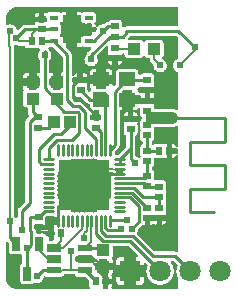
<source format=gtl>
G04 Layer: TopLayer*
G04 EasyEDA v6.2.46, 2019-12-26T15:44:02--5:00*
G04 111d7bdae86b4e7985bcd74f00d2b945,ad3383c819c44bf79b2f5f1fb32db82d,10*
G04 Gerber Generator version 0.2*
G04 Scale: 100 percent, Rotated: No, Reflected: No *
G04 Dimensions in inches *
G04 leading zeros omitted , absolute positions ,2 integer and 4 decimal *
%FSLAX24Y24*%
%MOIN*%
G90*
G70D02*

%ADD10C,0.010000*%
%ADD11C,0.039370*%
%ADD12C,0.007992*%
%ADD13C,0.008661*%
%ADD14C,0.024000*%
%ADD15R,0.027559X0.049213*%
%ADD16R,0.048000X0.024500*%
%ADD17R,0.043000X0.039000*%
%ADD18R,0.055118X0.047244*%
%ADD19R,0.165354X0.165354*%
%ADD20R,0.043307X0.039370*%
%ADD21R,0.039370X0.043307*%
%ADD22R,0.027600X0.017717*%
%ADD23R,0.059055X0.094490*%
%ADD24R,0.025590X0.023620*%
%ADD25R,0.023620X0.025590*%
%ADD26R,0.070866X0.070866*%
%ADD27C,0.070866*%

%LPD*%
G36*
G01X1668Y8166D02*
G01X1560Y8166D01*
G01X1555Y8164D01*
G01X1549Y8162D01*
G01X1544Y8160D01*
G01X1532Y8148D01*
G01X1530Y8143D01*
G01X1528Y8137D01*
G01X1526Y8132D01*
G01X1526Y8126D01*
G01X1527Y8119D01*
G01X1528Y8113D01*
G01X1531Y8106D01*
G01X1537Y8096D01*
G01X1545Y8074D01*
G01X1547Y8068D01*
G01X1551Y8062D01*
G01X1555Y8057D01*
G01X1573Y8037D01*
G01X1581Y8026D01*
G01X1588Y8014D01*
G01X1595Y8003D01*
G01X1601Y7991D01*
G01X1606Y7978D01*
G01X1610Y7966D01*
G01X1614Y7953D01*
G01X1617Y7940D01*
G01X1619Y7926D01*
G01X1620Y7913D01*
G01X1621Y7899D01*
G01X1620Y7886D01*
G01X1619Y7872D01*
G01X1617Y7858D01*
G01X1614Y7845D01*
G01X1610Y7832D01*
G01X1600Y7806D01*
G01X1579Y7770D01*
G01X1570Y7759D01*
G01X1561Y7749D01*
G01X1557Y7744D01*
G01X1554Y7739D01*
G01X1552Y7733D01*
G01X1551Y7728D01*
G01X1551Y7332D01*
G01X1552Y7326D01*
G01X1554Y7321D01*
G01X1560Y7311D01*
G01X1564Y7307D01*
G01X1574Y7301D01*
G01X1579Y7299D01*
G01X1585Y7298D01*
G01X1590Y7297D01*
G01X1666Y7297D01*
G01X1666Y7123D01*
G01X1585Y7123D01*
G01X1579Y7121D01*
G01X1569Y7117D01*
G01X1564Y7113D01*
G01X1560Y7109D01*
G01X1557Y7105D01*
G01X1554Y7100D01*
G01X1552Y7094D01*
G01X1551Y7089D01*
G01X1551Y6910D01*
G01X1552Y6905D01*
G01X1554Y6899D01*
G01X1557Y6894D01*
G01X1560Y6890D01*
G01X1564Y6886D01*
G01X1569Y6882D01*
G01X1579Y6878D01*
G01X1585Y6876D01*
G01X1666Y6876D01*
G01X1666Y6786D01*
G01X1667Y6781D01*
G01X1668Y6775D01*
G01X1670Y6770D01*
G01X1676Y6760D01*
G01X1680Y6756D01*
G01X1690Y6750D01*
G01X1695Y6748D01*
G01X1701Y6747D01*
G01X1706Y6746D01*
G01X1893Y6746D01*
G01X1898Y6747D01*
G01X1904Y6748D01*
G01X1909Y6750D01*
G01X1919Y6756D01*
G01X1923Y6760D01*
G01X1929Y6770D01*
G01X1931Y6775D01*
G01X1932Y6781D01*
G01X1933Y6786D01*
G01X1933Y6876D01*
G01X1964Y6876D01*
G01X1970Y6878D01*
G01X1980Y6882D01*
G01X1985Y6886D01*
G01X1989Y6890D01*
G01X1992Y6894D01*
G01X1995Y6899D01*
G01X1997Y6905D01*
G01X1998Y6910D01*
G01X1998Y7089D01*
G01X1997Y7094D01*
G01X1995Y7100D01*
G01X1992Y7105D01*
G01X1989Y7109D01*
G01X1985Y7113D01*
G01X1980Y7117D01*
G01X1970Y7121D01*
G01X1964Y7123D01*
G01X1933Y7123D01*
G01X1933Y7297D01*
G01X1959Y7297D01*
G01X1964Y7298D01*
G01X1970Y7299D01*
G01X1975Y7301D01*
G01X1985Y7307D01*
G01X1989Y7311D01*
G01X1995Y7321D01*
G01X1997Y7326D01*
G01X1998Y7332D01*
G01X1998Y7842D01*
G01X1997Y7848D01*
G01X1994Y7854D01*
G01X1991Y7859D01*
G01X1987Y7864D01*
G01X1696Y8154D01*
G01X1686Y8162D01*
G01X1680Y8164D01*
G01X1668Y8166D01*
G37*

%LPD*%
G36*
G01X2346Y6602D02*
G01X2335Y6602D01*
G01X2329Y6601D01*
G01X2324Y6599D01*
G01X2314Y6593D01*
G01X2310Y6589D01*
G01X2304Y6579D01*
G01X2302Y6574D01*
G01X2301Y6568D01*
G01X2301Y6472D01*
G01X2302Y6466D01*
G01X2305Y6460D01*
G01X2308Y6455D01*
G01X2312Y6450D01*
G01X2400Y6362D01*
G01X2405Y6358D01*
G01X2410Y6355D01*
G01X2416Y6352D01*
G01X2422Y6351D01*
G01X2550Y6351D01*
G01X2561Y6350D01*
G01X2573Y6349D01*
G01X2585Y6346D01*
G01X2596Y6343D01*
G01X2607Y6339D01*
G01X2618Y6334D01*
G01X2638Y6322D01*
G01X2648Y6314D01*
G01X2656Y6306D01*
G01X2846Y6117D01*
G01X2850Y6113D01*
G01X2856Y6110D01*
G01X2861Y6107D01*
G01X2868Y6106D01*
G01X2874Y6105D01*
G01X2880Y6106D01*
G01X2885Y6107D01*
G01X2890Y6109D01*
G01X2900Y6115D01*
G01X2904Y6119D01*
G01X2910Y6129D01*
G01X2912Y6134D01*
G01X2913Y6140D01*
G01X2914Y6145D01*
G01X2913Y6155D01*
G01X2911Y6167D01*
G01X2910Y6179D01*
G01X2910Y6230D01*
G01X2909Y6236D01*
G01X2908Y6241D01*
G01X2906Y6247D01*
G01X2900Y6257D01*
G01X2895Y6261D01*
G01X2891Y6264D01*
G01X2885Y6267D01*
G01X2880Y6269D01*
G01X2869Y6272D01*
G01X2858Y6276D01*
G01X2847Y6281D01*
G01X2837Y6287D01*
G01X2828Y6293D01*
G01X2819Y6300D01*
G01X2810Y6308D01*
G01X2617Y6502D01*
G01X2612Y6506D01*
G01X2607Y6509D01*
G01X2595Y6513D01*
G01X2472Y6513D01*
G01X2462Y6514D01*
G01X2453Y6515D01*
G01X2444Y6517D01*
G01X2435Y6520D01*
G01X2419Y6528D01*
G01X2411Y6534D01*
G01X2404Y6539D01*
G01X2397Y6546D01*
G01X2391Y6553D01*
G01X2381Y6569D01*
G01X2378Y6577D01*
G01X2375Y6583D01*
G01X2372Y6588D01*
G01X2368Y6592D01*
G01X2363Y6596D01*
G01X2358Y6599D01*
G01X2352Y6601D01*
G01X2346Y6602D01*
G37*

%LPD*%
G36*
G01X2936Y6103D02*
G01X2924Y6103D01*
G01X2918Y6102D01*
G01X2913Y6100D01*
G01X2903Y6094D01*
G01X2899Y6090D01*
G01X2893Y6080D01*
G01X2891Y6075D01*
G01X2889Y6063D01*
G01X2890Y6057D01*
G01X2892Y6050D01*
G01X2892Y6049D01*
G01X2895Y6043D01*
G01X2898Y6038D01*
G01X2902Y6033D01*
G01X2907Y6029D01*
G01X2912Y6026D01*
G01X2918Y6023D01*
G01X2924Y6022D01*
G01X2936Y6022D01*
G01X2942Y6023D01*
G01X2948Y6026D01*
G01X2949Y6026D01*
G01X2954Y6029D01*
G01X2959Y6033D01*
G01X2967Y6043D01*
G01X2969Y6049D01*
G01X2971Y6056D01*
G01X2971Y6069D01*
G01X2967Y6081D01*
G01X2959Y6091D01*
G01X2954Y6095D01*
G01X2953Y6096D01*
G01X2947Y6099D01*
G01X2942Y6102D01*
G01X2936Y6103D01*
G37*

%LPD*%
G36*
G01X3168Y6078D02*
G01X3071Y6078D01*
G01X3059Y6076D01*
G01X3054Y6074D01*
G01X3044Y6068D01*
G01X3040Y6064D01*
G01X3034Y6054D01*
G01X3032Y6049D01*
G01X3031Y6043D01*
G01X3031Y5901D01*
G01X2940Y5901D01*
G01X2935Y5900D01*
G01X2929Y5899D01*
G01X2924Y5897D01*
G01X2914Y5891D01*
G01X2910Y5887D01*
G01X2904Y5877D01*
G01X2902Y5872D01*
G01X2901Y5866D01*
G01X2901Y5767D01*
G01X2902Y5761D01*
G01X2904Y5756D01*
G01X2910Y5746D01*
G01X2914Y5742D01*
G01X2924Y5736D01*
G01X2929Y5734D01*
G01X2935Y5733D01*
G01X2940Y5732D01*
G01X3032Y5732D01*
G01X3033Y5727D01*
G01X3036Y5721D01*
G01X3039Y5717D01*
G01X3043Y5712D01*
G01X3048Y5708D01*
G01X3053Y5706D01*
G01X3059Y5703D01*
G01X3065Y5702D01*
G01X3174Y5702D01*
G01X3180Y5703D01*
G01X3186Y5706D01*
G01X3191Y5708D01*
G01X3196Y5712D01*
G01X3200Y5717D01*
G01X3203Y5721D01*
G01X3206Y5727D01*
G01X3207Y5732D01*
G01X3237Y5732D01*
G01X3243Y5733D01*
G01X3248Y5734D01*
G01X3254Y5736D01*
G01X3259Y5739D01*
G01X3263Y5742D01*
G01X3267Y5746D01*
G01X3271Y5751D01*
G01X3275Y5761D01*
G01X3277Y5767D01*
G01X3277Y5866D01*
G01X3275Y5872D01*
G01X3271Y5882D01*
G01X3267Y5887D01*
G01X3263Y5891D01*
G01X3259Y5894D01*
G01X3254Y5897D01*
G01X3248Y5899D01*
G01X3243Y5900D01*
G01X3237Y5901D01*
G01X3208Y5901D01*
G01X3208Y6043D01*
G01X3207Y6049D01*
G01X3205Y6054D01*
G01X3199Y6064D01*
G01X3195Y6068D01*
G01X3185Y6074D01*
G01X3180Y6076D01*
G01X3168Y6078D01*
G37*

%LPD*%
G36*
G01X5815Y9498D02*
G01X482Y9498D01*
G01X464Y9497D01*
G01X446Y9495D01*
G01X428Y9492D01*
G01X411Y9488D01*
G01X393Y9484D01*
G01X376Y9479D01*
G01X359Y9473D01*
G01X343Y9466D01*
G01X326Y9459D01*
G01X310Y9451D01*
G01X295Y9442D01*
G01X265Y9422D01*
G01X237Y9400D01*
G01X224Y9388D01*
G01X211Y9375D01*
G01X199Y9362D01*
G01X177Y9334D01*
G01X157Y9304D01*
G01X148Y9289D01*
G01X140Y9273D01*
G01X133Y9256D01*
G01X126Y9240D01*
G01X120Y9223D01*
G01X115Y9206D01*
G01X111Y9188D01*
G01X107Y9171D01*
G01X104Y9153D01*
G01X102Y9135D01*
G01X101Y9117D01*
G01X101Y8931D01*
G01X102Y8925D01*
G01X104Y8920D01*
G01X110Y8910D01*
G01X114Y8906D01*
G01X124Y8900D01*
G01X129Y8898D01*
G01X135Y8897D01*
G01X146Y8897D01*
G01X152Y8898D01*
G01X157Y8900D01*
G01X170Y8906D01*
G01X196Y8914D01*
G01X209Y8917D01*
G01X222Y8919D01*
G01X250Y8921D01*
G01X263Y8920D01*
G01X277Y8919D01*
G01X290Y8917D01*
G01X303Y8914D01*
G01X317Y8910D01*
G01X329Y8906D01*
G01X342Y8900D01*
G01X354Y8894D01*
G01X366Y8887D01*
G01X377Y8880D01*
G01X388Y8872D01*
G01X398Y8863D01*
G01X408Y8853D01*
G01X426Y8833D01*
G01X434Y8821D01*
G01X441Y8810D01*
G01X447Y8798D01*
G01X453Y8785D01*
G01X458Y8773D01*
G01X462Y8760D01*
G01X464Y8754D01*
G01X467Y8749D01*
G01X470Y8745D01*
G01X474Y8741D01*
G01X479Y8737D01*
G01X484Y8734D01*
G01X489Y8732D01*
G01X495Y8731D01*
G01X507Y8731D01*
G01X519Y8735D01*
G01X524Y8738D01*
G01X529Y8742D01*
G01X651Y8864D01*
G01X661Y8872D01*
G01X681Y8884D01*
G01X692Y8889D01*
G01X703Y8893D01*
G01X714Y8896D01*
G01X726Y8899D01*
G01X738Y8900D01*
G01X749Y8901D01*
G01X1039Y8901D01*
G01X1044Y8902D01*
G01X1049Y8904D01*
G01X1059Y8910D01*
G01X1063Y8914D01*
G01X1069Y8924D01*
G01X1071Y8929D01*
G01X1073Y8941D01*
G01X1072Y8948D01*
G01X1071Y8965D01*
G01X1071Y8999D01*
G01X1212Y8999D01*
G01X1213Y8994D01*
G01X1216Y8988D01*
G01X1219Y8984D01*
G01X1223Y8979D01*
G01X1228Y8975D01*
G01X1233Y8973D01*
G01X1239Y8970D01*
G01X1245Y8969D01*
G01X1354Y8969D01*
G01X1360Y8970D01*
G01X1366Y8973D01*
G01X1371Y8975D01*
G01X1376Y8979D01*
G01X1380Y8984D01*
G01X1383Y8988D01*
G01X1386Y8994D01*
G01X1387Y8999D01*
G01X1430Y8999D01*
G01X1442Y9001D01*
G01X1447Y9003D01*
G01X1457Y9009D01*
G01X1461Y9013D01*
G01X1467Y9023D01*
G01X1469Y9028D01*
G01X1470Y9034D01*
G01X1470Y9044D01*
G01X1469Y9055D01*
G01X1469Y9133D01*
G01X1468Y9139D01*
G01X1466Y9144D01*
G01X1460Y9154D01*
G01X1456Y9158D01*
G01X1446Y9164D01*
G01X1441Y9166D01*
G01X1435Y9167D01*
G01X1430Y9168D01*
G01X1388Y9168D01*
G01X1388Y9303D01*
G01X1427Y9303D01*
G01X1439Y9302D01*
G01X1450Y9300D01*
G01X1461Y9297D01*
G01X1467Y9295D01*
G01X1480Y9295D01*
G01X1486Y9297D01*
G01X1491Y9299D01*
G01X1497Y9302D01*
G01X1501Y9306D01*
G01X1508Y9312D01*
G01X1516Y9317D01*
G01X1525Y9322D01*
G01X1533Y9326D01*
G01X1542Y9329D01*
G01X1552Y9331D01*
G01X1561Y9333D01*
G01X1856Y9333D01*
G01X1865Y9331D01*
G01X1875Y9329D01*
G01X1884Y9326D01*
G01X1892Y9322D01*
G01X1901Y9317D01*
G01X1908Y9312D01*
G01X1914Y9308D01*
G01X1926Y9304D01*
G01X1940Y9304D01*
G01X1947Y9306D01*
G01X1963Y9314D01*
G01X1973Y9318D01*
G01X1983Y9321D01*
G01X1994Y9322D01*
G01X2004Y9323D01*
G01X2127Y9323D01*
G01X2127Y9011D01*
G01X1960Y9011D01*
G01X1953Y9010D01*
G01X1947Y9009D01*
G01X1942Y9006D01*
G01X1936Y9003D01*
G01X1928Y8995D01*
G01X1920Y8985D01*
G01X1911Y8977D01*
G01X1903Y8969D01*
G01X1900Y8963D01*
G01X1898Y8958D01*
G01X1897Y8952D01*
G01X1897Y8941D01*
G01X1898Y8935D01*
G01X1900Y8930D01*
G01X1903Y8924D01*
G01X1925Y8902D01*
G01X1931Y8894D01*
G01X1936Y8885D01*
G01X1940Y8876D01*
G01X1946Y8858D01*
G01X1948Y8838D01*
G01X1948Y8661D01*
G01X1946Y8641D01*
G01X1940Y8623D01*
G01X1936Y8614D01*
G01X1931Y8605D01*
G01X1925Y8597D01*
G01X1903Y8575D01*
G01X1900Y8569D01*
G01X1898Y8564D01*
G01X1897Y8558D01*
G01X1897Y8547D01*
G01X1898Y8541D01*
G01X1900Y8536D01*
G01X1903Y8530D01*
G01X1911Y8522D01*
G01X1920Y8514D01*
G01X1928Y8504D01*
G01X1936Y8496D01*
G01X1942Y8493D01*
G01X1947Y8490D01*
G01X1953Y8489D01*
G01X1960Y8488D01*
G01X2127Y8488D01*
G01X2127Y8161D01*
G01X2131Y8149D01*
G01X2134Y8144D01*
G01X2170Y8108D01*
G01X2256Y8021D01*
G01X2264Y8013D01*
G01X2272Y8003D01*
G01X2284Y7983D01*
G01X2289Y7972D01*
G01X2293Y7961D01*
G01X2296Y7950D01*
G01X2299Y7938D01*
G01X2301Y7914D01*
G01X2301Y7231D01*
G01X2302Y7225D01*
G01X2304Y7220D01*
G01X2310Y7210D01*
G01X2314Y7206D01*
G01X2324Y7200D01*
G01X2329Y7198D01*
G01X2335Y7197D01*
G01X2346Y7197D01*
G01X2352Y7198D01*
G01X2358Y7200D01*
G01X2363Y7203D01*
G01X2368Y7207D01*
G01X2372Y7211D01*
G01X2375Y7216D01*
G01X2378Y7222D01*
G01X2381Y7230D01*
G01X2391Y7246D01*
G01X2397Y7253D01*
G01X2404Y7260D01*
G01X2411Y7265D01*
G01X2419Y7271D01*
G01X2435Y7279D01*
G01X2444Y7282D01*
G01X2453Y7284D01*
G01X2462Y7285D01*
G01X2472Y7286D01*
G01X2511Y7286D01*
G01X2511Y7151D01*
G01X2340Y7151D01*
G01X2335Y7150D01*
G01X2329Y7149D01*
G01X2324Y7147D01*
G01X2314Y7141D01*
G01X2310Y7137D01*
G01X2304Y7127D01*
G01X2302Y7122D01*
G01X2301Y7116D01*
G01X2301Y7017D01*
G01X2302Y7011D01*
G01X2304Y7006D01*
G01X2310Y6996D01*
G01X2314Y6992D01*
G01X2324Y6986D01*
G01X2329Y6984D01*
G01X2335Y6983D01*
G01X2340Y6982D01*
G01X2512Y6982D01*
G01X2513Y6977D01*
G01X2516Y6971D01*
G01X2519Y6967D01*
G01X2523Y6962D01*
G01X2528Y6958D01*
G01X2533Y6956D01*
G01X2539Y6953D01*
G01X2545Y6952D01*
G01X2654Y6952D01*
G01X2660Y6953D01*
G01X2666Y6956D01*
G01X2671Y6958D01*
G01X2676Y6962D01*
G01X2680Y6967D01*
G01X2683Y6971D01*
G01X2686Y6977D01*
G01X2687Y6982D01*
G01X2828Y6982D01*
G01X2828Y6937D01*
G01X2826Y6925D01*
G01X2820Y6907D01*
G01X2820Y6892D01*
G01X2826Y6874D01*
G01X2828Y6862D01*
G01X2828Y6734D01*
G01X2829Y6727D01*
G01X2830Y6721D01*
G01X2833Y6716D01*
G01X2836Y6710D01*
G01X2840Y6705D01*
G01X2858Y6688D01*
G01X2862Y6684D01*
G01X2868Y6681D01*
G01X2873Y6678D01*
G01X2880Y6677D01*
G01X2886Y6676D01*
G01X2898Y6678D01*
G01X2904Y6681D01*
G01X2909Y6684D01*
G01X2914Y6688D01*
G01X2918Y6693D01*
G01X2921Y6698D01*
G01X2926Y6706D01*
G01X2932Y6714D01*
G01X2939Y6722D01*
G01X2942Y6726D01*
G01X2946Y6732D01*
G01X2948Y6737D01*
G01X2950Y6749D01*
G01X2949Y6756D01*
G01X2948Y6762D01*
G01X2946Y6767D01*
G01X2942Y6773D01*
G01X2939Y6777D01*
G01X2932Y6785D01*
G01X2926Y6793D01*
G01X2921Y6801D01*
G01X2917Y6810D01*
G01X2914Y6819D01*
G01X2912Y6829D01*
G01X2910Y6838D01*
G01X2910Y6941D01*
G01X3124Y6941D01*
G01X3124Y6786D01*
G01X3125Y6781D01*
G01X3127Y6775D01*
G01X3130Y6770D01*
G01X3133Y6766D01*
G01X3137Y6762D01*
G01X3142Y6758D01*
G01X3152Y6754D01*
G01X3158Y6752D01*
G01X3415Y6752D01*
G01X3420Y6754D01*
G01X3426Y6756D01*
G01X3431Y6758D01*
G01X3443Y6770D01*
G01X3446Y6775D01*
G01X3448Y6781D01*
G01X3449Y6786D01*
G01X3449Y6941D01*
G01X3663Y6941D01*
G01X3663Y6899D01*
G01X3665Y6893D01*
G01X3669Y6883D01*
G01X3673Y6879D01*
G01X3677Y6874D01*
G01X3681Y6871D01*
G01X3686Y6868D01*
G01X3692Y6866D01*
G01X3697Y6865D01*
G01X3709Y6865D01*
G01X3721Y6869D01*
G01X3727Y6872D01*
G01X3764Y6909D01*
G01X3768Y6914D01*
G01X3772Y6920D01*
G01X3774Y6925D01*
G01X3775Y6931D01*
G01X3776Y6938D01*
G01X3776Y7330D01*
G01X3780Y7348D01*
G01X3783Y7357D01*
G01X3787Y7365D01*
G01X3791Y7374D01*
G01X3796Y7381D01*
G01X3802Y7388D01*
G01X3809Y7395D01*
G01X3816Y7401D01*
G01X3832Y7411D01*
G01X3840Y7415D01*
G01X3849Y7418D01*
G01X3858Y7420D01*
G01X3868Y7421D01*
G01X4437Y7421D01*
G01X4447Y7420D01*
G01X4456Y7418D01*
G01X4465Y7415D01*
G01X4473Y7411D01*
G01X4489Y7401D01*
G01X4496Y7395D01*
G01X4503Y7388D01*
G01X4509Y7381D01*
G01X4514Y7374D01*
G01X4519Y7365D01*
G01X4522Y7357D01*
G01X4525Y7348D01*
G01X4529Y7330D01*
G01X4529Y7257D01*
G01X4530Y7252D01*
G01X4531Y7246D01*
G01X4533Y7241D01*
G01X4539Y7231D01*
G01X4543Y7227D01*
G01X4553Y7221D01*
G01X4558Y7219D01*
G01X4563Y7218D01*
G01X4569Y7217D01*
G01X4571Y7217D01*
G01X4577Y7218D01*
G01X4582Y7219D01*
G01X4588Y7221D01*
G01X4593Y7224D01*
G01X4598Y7228D01*
G01X4602Y7232D01*
G01X4605Y7237D01*
G01X4610Y7245D01*
G01X4616Y7252D01*
G01X4623Y7259D01*
G01X4630Y7265D01*
G01X4646Y7275D01*
G01X4655Y7279D01*
G01X4664Y7282D01*
G01X4673Y7284D01*
G01X4682Y7285D01*
G01X4692Y7286D01*
G01X4947Y7286D01*
G01X4957Y7285D01*
G01X4966Y7284D01*
G01X4975Y7282D01*
G01X4984Y7279D01*
G01X4992Y7275D01*
G01X5001Y7270D01*
G01X5008Y7265D01*
G01X5022Y7253D01*
G01X5028Y7245D01*
G01X5033Y7238D01*
G01X5038Y7230D01*
G01X5042Y7221D01*
G01X5045Y7212D01*
G01X5047Y7203D01*
G01X5048Y7194D01*
G01X5048Y6937D01*
G01X5046Y6925D01*
G01X5040Y6907D01*
G01X5040Y6892D01*
G01X5046Y6874D01*
G01X5048Y6862D01*
G01X5048Y6817D01*
G01X4907Y6817D01*
G01X4906Y6822D01*
G01X4903Y6828D01*
G01X4900Y6832D01*
G01X4896Y6837D01*
G01X4891Y6841D01*
G01X4886Y6843D01*
G01X4880Y6846D01*
G01X4874Y6847D01*
G01X4765Y6847D01*
G01X4759Y6846D01*
G01X4753Y6843D01*
G01X4748Y6841D01*
G01X4743Y6837D01*
G01X4739Y6832D01*
G01X4736Y6828D01*
G01X4733Y6822D01*
G01X4732Y6817D01*
G01X4561Y6817D01*
G01X4551Y6818D01*
G01X4545Y6818D01*
G01X4533Y6814D01*
G01X4528Y6811D01*
G01X4523Y6807D01*
G01X4519Y6803D01*
G01X4516Y6798D01*
G01X4509Y6787D01*
G01X4500Y6777D01*
G01X4497Y6773D01*
G01X4493Y6767D01*
G01X4491Y6762D01*
G01X4489Y6750D01*
G01X4490Y6743D01*
G01X4491Y6737D01*
G01X4493Y6732D01*
G01X4497Y6726D01*
G01X4500Y6722D01*
G01X4511Y6709D01*
G01X4511Y6683D01*
G01X4512Y6677D01*
G01X4514Y6672D01*
G01X4520Y6662D01*
G01X4524Y6658D01*
G01X4534Y6652D01*
G01X4539Y6650D01*
G01X4551Y6648D01*
G01X4731Y6648D01*
G01X4731Y6451D01*
G01X4609Y6451D01*
G01X4609Y6524D01*
G01X4608Y6529D01*
G01X4606Y6535D01*
G01X4603Y6540D01*
G01X4591Y6552D01*
G01X4586Y6554D01*
G01X4580Y6556D01*
G01X4575Y6558D01*
G01X4315Y6558D01*
G01X4315Y6713D01*
G01X4314Y6718D01*
G01X4312Y6724D01*
G01X4309Y6729D01*
G01X4306Y6733D01*
G01X4302Y6737D01*
G01X4297Y6741D01*
G01X4287Y6745D01*
G01X4281Y6747D01*
G01X4045Y6747D01*
G01X4033Y6745D01*
G01X4027Y6743D01*
G01X4017Y6735D01*
G01X3997Y6715D01*
G01X3994Y6709D01*
G01X3992Y6704D01*
G01X3990Y6698D01*
G01X3990Y6558D01*
G01X3935Y6558D01*
G01X3929Y6556D01*
G01X3919Y6552D01*
G01X3914Y6548D01*
G01X3910Y6544D01*
G01X3907Y6540D01*
G01X3904Y6535D01*
G01X3902Y6529D01*
G01X3901Y6524D01*
G01X3901Y6306D01*
G01X3902Y6300D01*
G01X3904Y6295D01*
G01X3910Y6285D01*
G01X3914Y6281D01*
G01X3924Y6275D01*
G01X3929Y6273D01*
G01X3935Y6272D01*
G01X3990Y6272D01*
G01X3990Y6078D01*
G01X3940Y6078D01*
G01X3935Y6077D01*
G01X3929Y6076D01*
G01X3924Y6074D01*
G01X3914Y6068D01*
G01X3910Y6064D01*
G01X3904Y6054D01*
G01X3902Y6049D01*
G01X3901Y6043D01*
G01X3901Y4894D01*
G01X3899Y4870D01*
G01X3896Y4859D01*
G01X3893Y4847D01*
G01X3889Y4836D01*
G01X3884Y4826D01*
G01X3878Y4815D01*
G01X3872Y4805D01*
G01X3856Y4787D01*
G01X3742Y4673D01*
G01X3738Y4668D01*
G01X3735Y4663D01*
G01X3732Y4657D01*
G01X3730Y4645D01*
G01X3730Y4600D01*
G01X3731Y4595D01*
G01X3732Y4589D01*
G01X3734Y4584D01*
G01X3740Y4574D01*
G01X3744Y4570D01*
G01X3754Y4564D01*
G01X3759Y4562D01*
G01X3765Y4561D01*
G01X3770Y4560D01*
G01X3815Y4560D01*
G01X3827Y4562D01*
G01X3833Y4565D01*
G01X3838Y4568D01*
G01X3843Y4572D01*
G01X4107Y4836D01*
G01X4111Y4841D01*
G01X4114Y4846D01*
G01X4117Y4852D01*
G01X4119Y4864D01*
G01X4119Y5188D01*
G01X4118Y5195D01*
G01X4117Y5201D01*
G01X4114Y5207D01*
G01X4111Y5212D01*
G01X4107Y5217D01*
G01X4102Y5221D01*
G01X4096Y5224D01*
G01X4088Y5229D01*
G01X4081Y5234D01*
G01X4073Y5240D01*
G01X4067Y5246D01*
G01X4061Y5254D01*
G01X4056Y5261D01*
G01X4051Y5269D01*
G01X4047Y5278D01*
G01X4044Y5287D01*
G01X4042Y5296D01*
G01X4041Y5305D01*
G01X4041Y5562D01*
G01X4043Y5574D01*
G01X4049Y5592D01*
G01X4049Y5607D01*
G01X4043Y5625D01*
G01X4041Y5637D01*
G01X4041Y5682D01*
G01X4182Y5682D01*
G01X4183Y5677D01*
G01X4186Y5671D01*
G01X4189Y5667D01*
G01X4193Y5662D01*
G01X4198Y5658D01*
G01X4203Y5656D01*
G01X4209Y5653D01*
G01X4215Y5652D01*
G01X4324Y5652D01*
G01X4330Y5653D01*
G01X4336Y5656D01*
G01X4341Y5658D01*
G01X4346Y5662D01*
G01X4350Y5667D01*
G01X4353Y5671D01*
G01X4356Y5677D01*
G01X4357Y5682D01*
G01X4498Y5682D01*
G01X4498Y5637D01*
G01X4496Y5625D01*
G01X4490Y5607D01*
G01X4490Y5592D01*
G01X4496Y5574D01*
G01X4498Y5562D01*
G01X4498Y5305D01*
G01X4497Y5296D01*
G01X4495Y5287D01*
G01X4492Y5278D01*
G01X4488Y5269D01*
G01X4483Y5261D01*
G01X4478Y5254D01*
G01X4472Y5246D01*
G01X4466Y5240D01*
G01X4458Y5234D01*
G01X4451Y5229D01*
G01X4443Y5224D01*
G01X4437Y5221D01*
G01X4432Y5217D01*
G01X4428Y5212D01*
G01X4425Y5207D01*
G01X4421Y5195D01*
G01X4421Y4547D01*
G01X4422Y4542D01*
G01X4424Y4536D01*
G01X4427Y4531D01*
G01X4431Y4526D01*
G01X4435Y4522D01*
G01X4440Y4519D01*
G01X4446Y4516D01*
G01X4451Y4514D01*
G01X4465Y4511D01*
G01X4479Y4506D01*
G01X4505Y4494D01*
G01X4518Y4486D01*
G01X4530Y4478D01*
G01X4535Y4475D01*
G01X4541Y4472D01*
G01X4553Y4470D01*
G01X4565Y4472D01*
G01X4571Y4475D01*
G01X4576Y4478D01*
G01X4581Y4482D01*
G01X4585Y4486D01*
G01X4588Y4491D01*
G01X4591Y4497D01*
G01X4592Y4503D01*
G01X4597Y4519D01*
G01X4599Y4525D01*
G01X4599Y4540D01*
G01X4593Y4558D01*
G01X4591Y4570D01*
G01X4591Y4827D01*
G01X4592Y4836D01*
G01X4594Y4845D01*
G01X4597Y4854D01*
G01X4601Y4863D01*
G01X4606Y4871D01*
G01X4611Y4878D01*
G01X4617Y4886D01*
G01X4623Y4892D01*
G01X4631Y4898D01*
G01X4638Y4903D01*
G01X4646Y4908D01*
G01X4652Y4911D01*
G01X4657Y4915D01*
G01X4661Y4920D01*
G01X4664Y4925D01*
G01X4667Y4931D01*
G01X4668Y4937D01*
G01X4669Y4944D01*
G01X4669Y4988D01*
G01X4668Y4995D01*
G01X4667Y5001D01*
G01X4664Y5007D01*
G01X4661Y5012D01*
G01X4657Y5017D01*
G01X4652Y5021D01*
G01X4646Y5024D01*
G01X4638Y5029D01*
G01X4631Y5034D01*
G01X4623Y5040D01*
G01X4617Y5046D01*
G01X4611Y5054D01*
G01X4606Y5061D01*
G01X4601Y5069D01*
G01X4597Y5078D01*
G01X4594Y5087D01*
G01X4592Y5096D01*
G01X4591Y5105D01*
G01X4591Y5362D01*
G01X4593Y5374D01*
G01X4599Y5392D01*
G01X4599Y5407D01*
G01X4593Y5425D01*
G01X4591Y5437D01*
G01X4591Y5694D01*
G01X4592Y5704D01*
G01X4598Y5722D01*
G01X4602Y5731D01*
G01X4612Y5747D01*
G01X4619Y5754D01*
G01X4625Y5761D01*
G01X4633Y5767D01*
G01X4638Y5771D01*
G01X4642Y5776D01*
G01X4645Y5781D01*
G01X4648Y5787D01*
G01X4650Y5799D01*
G01X4649Y5806D01*
G01X4648Y5812D01*
G01X4645Y5818D01*
G01X4642Y5823D01*
G01X4638Y5828D01*
G01X4633Y5832D01*
G01X4625Y5838D01*
G01X4619Y5845D01*
G01X4612Y5852D01*
G01X4602Y5868D01*
G01X4598Y5877D01*
G01X4592Y5895D01*
G01X4591Y5905D01*
G01X4591Y6109D01*
G01X4590Y6114D01*
G01X4589Y6120D01*
G01X4587Y6125D01*
G01X4581Y6135D01*
G01X4577Y6139D01*
G01X4567Y6145D01*
G01X4562Y6147D01*
G01X4556Y6148D01*
G01X4551Y6149D01*
G01X4539Y6147D01*
G01X4533Y6145D01*
G01X4528Y6142D01*
G01X4523Y6138D01*
G01X4519Y6134D01*
G01X4516Y6129D01*
G01X4511Y6120D01*
G01X4505Y6113D01*
G01X4491Y6099D01*
G01X4475Y6089D01*
G01X4466Y6085D01*
G01X4457Y6082D01*
G01X4447Y6079D01*
G01X4438Y6078D01*
G01X4315Y6078D01*
G01X4315Y6272D01*
G01X4575Y6272D01*
G01X4581Y6273D01*
G01X4587Y6276D01*
G01X4592Y6279D01*
G01X4596Y6282D01*
G01X4732Y6282D01*
G01X4733Y6277D01*
G01X4736Y6271D01*
G01X4739Y6267D01*
G01X4743Y6262D01*
G01X4748Y6258D01*
G01X4753Y6256D01*
G01X4759Y6253D01*
G01X4765Y6252D01*
G01X4874Y6252D01*
G01X4880Y6253D01*
G01X4886Y6256D01*
G01X4891Y6258D01*
G01X4896Y6262D01*
G01X4900Y6267D01*
G01X4903Y6271D01*
G01X4906Y6277D01*
G01X4907Y6282D01*
G01X5048Y6282D01*
G01X5048Y6237D01*
G01X5046Y6225D01*
G01X5040Y6207D01*
G01X5040Y6192D01*
G01X5046Y6174D01*
G01X5048Y6162D01*
G01X5048Y6137D01*
G01X5049Y6132D01*
G01X5050Y6126D01*
G01X5052Y6121D01*
G01X5058Y6111D01*
G01X5062Y6107D01*
G01X5072Y6101D01*
G01X5077Y6099D01*
G01X5083Y6098D01*
G01X5088Y6097D01*
G01X5666Y6097D01*
G01X5682Y6096D01*
G01X5714Y6090D01*
G01X5730Y6086D01*
G01X5746Y6081D01*
G01X5761Y6076D01*
G01X5791Y6062D01*
G01X5797Y6059D01*
G01X5809Y6057D01*
G01X5815Y6057D01*
G01X5821Y6059D01*
G01X5831Y6063D01*
G01X5836Y6067D01*
G01X5840Y6071D01*
G01X5843Y6075D01*
G01X5846Y6080D01*
G01X5848Y6086D01*
G01X5849Y6091D01*
G01X5850Y6097D01*
G01X5850Y7305D01*
G01X5848Y7317D01*
G01X5842Y7327D01*
G01X5838Y7332D01*
G01X5834Y7336D01*
G01X5829Y7340D01*
G01X5823Y7342D01*
G01X5811Y7347D01*
G01X5787Y7359D01*
G01X5775Y7367D01*
G01X5765Y7374D01*
G01X5754Y7383D01*
G01X5744Y7392D01*
G01X5726Y7412D01*
G01X5718Y7423D01*
G01X5711Y7434D01*
G01X5704Y7446D01*
G01X5698Y7458D01*
G01X5693Y7470D01*
G01X5685Y7496D01*
G01X5682Y7509D01*
G01X5680Y7523D01*
G01X5679Y7536D01*
G01X5678Y7550D01*
G01X5680Y7576D01*
G01X5682Y7590D01*
G01X5685Y7603D01*
G01X5693Y7629D01*
G01X5698Y7641D01*
G01X5704Y7653D01*
G01X5711Y7665D01*
G01X5718Y7676D01*
G01X5726Y7687D01*
G01X5744Y7707D01*
G01X5754Y7716D01*
G01X5765Y7725D01*
G01X5775Y7732D01*
G01X5787Y7740D01*
G01X5811Y7752D01*
G01X5823Y7757D01*
G01X5829Y7759D01*
G01X5834Y7763D01*
G01X5838Y7767D01*
G01X5842Y7772D01*
G01X5848Y7782D01*
G01X5850Y7794D01*
G01X5850Y8469D01*
G01X5849Y8476D01*
G01X5848Y8482D01*
G01X5845Y8488D01*
G01X5842Y8493D01*
G01X5838Y8498D01*
G01X5799Y8537D01*
G01X5794Y8541D01*
G01X5789Y8544D01*
G01X5783Y8547D01*
G01X5777Y8548D01*
G01X5770Y8548D01*
G01X4274Y8549D01*
G01X4268Y8548D01*
G01X4261Y8546D01*
G01X4255Y8544D01*
G01X4245Y8536D01*
G01X4241Y8531D01*
G01X4233Y8520D01*
G01X4177Y8464D01*
G01X4173Y8459D01*
G01X4170Y8454D01*
G01X4166Y8442D01*
G01X4166Y8430D01*
G01X4167Y8424D01*
G01X4169Y8419D01*
G01X4175Y8409D01*
G01X4179Y8405D01*
G01X4189Y8399D01*
G01X4194Y8397D01*
G01X4206Y8395D01*
G01X4594Y8396D01*
G01X4595Y8396D01*
G01X4613Y8394D01*
G01X4622Y8392D01*
G01X4631Y8389D01*
G01X4640Y8385D01*
G01X4648Y8380D01*
G01X4655Y8375D01*
G01X4663Y8369D01*
G01X4675Y8355D01*
G01X4680Y8348D01*
G01X4684Y8343D01*
G01X4688Y8339D01*
G01X4693Y8335D01*
G01X4698Y8332D01*
G01X4703Y8330D01*
G01X4709Y8329D01*
G01X4720Y8329D01*
G01X4726Y8330D01*
G01X4731Y8332D01*
G01X4736Y8335D01*
G01X4741Y8339D01*
G01X4745Y8343D01*
G01X4749Y8348D01*
G01X4754Y8355D01*
G01X4766Y8369D01*
G01X4774Y8375D01*
G01X4781Y8380D01*
G01X4789Y8385D01*
G01X4798Y8389D01*
G01X4807Y8392D01*
G01X4816Y8394D01*
G01X4834Y8396D01*
G01X5264Y8396D01*
G01X5274Y8395D01*
G01X5283Y8394D01*
G01X5292Y8392D01*
G01X5301Y8389D01*
G01X5310Y8385D01*
G01X5318Y8380D01*
G01X5325Y8375D01*
G01X5333Y8369D01*
G01X5339Y8363D01*
G01X5345Y8355D01*
G01X5350Y8348D01*
G01X5355Y8340D01*
G01X5359Y8331D01*
G01X5362Y8322D01*
G01X5364Y8313D01*
G01X5365Y8304D01*
G01X5365Y7895D01*
G01X5364Y7886D01*
G01X5362Y7877D01*
G01X5359Y7868D01*
G01X5355Y7859D01*
G01X5345Y7843D01*
G01X5339Y7836D01*
G01X5332Y7829D01*
G01X5325Y7823D01*
G01X5320Y7819D01*
G01X5316Y7814D01*
G01X5313Y7809D01*
G01X5310Y7803D01*
G01X5308Y7791D01*
G01X5310Y7779D01*
G01X5312Y7774D01*
G01X5315Y7769D01*
G01X5319Y7764D01*
G01X5323Y7760D01*
G01X5333Y7754D01*
G01X5346Y7748D01*
G01X5358Y7742D01*
G01X5370Y7735D01*
G01X5392Y7719D01*
G01X5402Y7709D01*
G01X5412Y7700D01*
G01X5421Y7689D01*
G01X5437Y7667D01*
G01X5444Y7655D01*
G01X5450Y7643D01*
G01X5460Y7617D01*
G01X5464Y7604D01*
G01X5467Y7591D01*
G01X5469Y7577D01*
G01X5470Y7563D01*
G01X5470Y7536D01*
G01X5469Y7523D01*
G01X5467Y7510D01*
G01X5464Y7497D01*
G01X5456Y7471D01*
G01X5451Y7459D01*
G01X5439Y7435D01*
G01X5423Y7413D01*
G01X5415Y7403D01*
G01X5406Y7393D01*
G01X5396Y7384D01*
G01X5386Y7376D01*
G01X5364Y7360D01*
G01X5340Y7348D01*
G01X5328Y7343D01*
G01X5302Y7335D01*
G01X5289Y7332D01*
G01X5276Y7330D01*
G01X5250Y7328D01*
G01X5236Y7329D01*
G01X5223Y7330D01*
G01X5210Y7332D01*
G01X5197Y7335D01*
G01X5171Y7343D01*
G01X5159Y7348D01*
G01X5135Y7360D01*
G01X5113Y7376D01*
G01X5103Y7384D01*
G01X5093Y7393D01*
G01X5084Y7403D01*
G01X5076Y7413D01*
G01X5060Y7435D01*
G01X5048Y7459D01*
G01X5043Y7471D01*
G01X5035Y7497D01*
G01X5032Y7510D01*
G01X5030Y7523D01*
G01X5029Y7536D01*
G01X5028Y7550D01*
G01X5029Y7554D01*
G01X5029Y7555D01*
G01X5027Y7567D01*
G01X5024Y7573D01*
G01X5021Y7578D01*
G01X5017Y7583D01*
G01X4942Y7658D01*
G01X4935Y7667D01*
G01X4929Y7676D01*
G01X4919Y7696D01*
G01X4915Y7706D01*
G01X4912Y7717D01*
G01X4910Y7727D01*
G01X4909Y7738D01*
G01X4909Y7764D01*
G01X4908Y7769D01*
G01X4907Y7775D01*
G01X4905Y7780D01*
G01X4899Y7790D01*
G01X4895Y7794D01*
G01X4885Y7800D01*
G01X4880Y7802D01*
G01X4874Y7803D01*
G01X4869Y7804D01*
G01X4834Y7803D01*
G01X4816Y7805D01*
G01X4807Y7807D01*
G01X4798Y7810D01*
G01X4789Y7814D01*
G01X4781Y7819D01*
G01X4774Y7824D01*
G01X4766Y7830D01*
G01X4754Y7844D01*
G01X4749Y7851D01*
G01X4745Y7856D01*
G01X4741Y7860D01*
G01X4736Y7864D01*
G01X4731Y7867D01*
G01X4726Y7869D01*
G01X4720Y7870D01*
G01X4709Y7870D01*
G01X4703Y7869D01*
G01X4698Y7867D01*
G01X4693Y7864D01*
G01X4688Y7860D01*
G01X4684Y7856D01*
G01X4680Y7851D01*
G01X4675Y7844D01*
G01X4663Y7830D01*
G01X4655Y7824D01*
G01X4648Y7819D01*
G01X4640Y7814D01*
G01X4631Y7810D01*
G01X4622Y7807D01*
G01X4613Y7805D01*
G01X4595Y7803D01*
G01X4165Y7803D01*
G01X4155Y7804D01*
G01X4146Y7805D01*
G01X4137Y7807D01*
G01X4128Y7810D01*
G01X4119Y7814D01*
G01X4111Y7819D01*
G01X4104Y7824D01*
G01X4096Y7830D01*
G01X4090Y7836D01*
G01X4084Y7844D01*
G01X4079Y7851D01*
G01X4074Y7859D01*
G01X4070Y7868D01*
G01X4067Y7877D01*
G01X4065Y7886D01*
G01X4064Y7895D01*
G01X4063Y7905D01*
G01X4063Y7924D01*
G01X4062Y7930D01*
G01X4060Y7935D01*
G01X4054Y7945D01*
G01X4050Y7949D01*
G01X4040Y7955D01*
G01X4035Y7957D01*
G01X4023Y7959D01*
G01X4018Y7959D01*
G01X4013Y7958D01*
G01X4007Y7957D01*
G01X4002Y7955D01*
G01X3992Y7949D01*
G01X3988Y7945D01*
G01X3982Y7935D01*
G01X3980Y7930D01*
G01X3979Y7924D01*
G01X3978Y7919D01*
G01X3978Y7884D01*
G01X3837Y7884D01*
G01X3836Y7889D01*
G01X3833Y7895D01*
G01X3830Y7899D01*
G01X3826Y7904D01*
G01X3821Y7908D01*
G01X3816Y7910D01*
G01X3810Y7913D01*
G01X3804Y7914D01*
G01X3695Y7914D01*
G01X3689Y7913D01*
G01X3683Y7910D01*
G01X3678Y7908D01*
G01X3673Y7904D01*
G01X3669Y7899D01*
G01X3666Y7895D01*
G01X3663Y7889D01*
G01X3662Y7884D01*
G01X3521Y7884D01*
G01X3521Y7929D01*
G01X3523Y7941D01*
G01X3529Y7959D01*
G01X3529Y7974D01*
G01X3523Y7992D01*
G01X3521Y8004D01*
G01X3521Y8160D01*
G01X3519Y8172D01*
G01X3517Y8177D01*
G01X3511Y8187D01*
G01X3507Y8191D01*
G01X3497Y8197D01*
G01X3492Y8199D01*
G01X3486Y8200D01*
G01X3474Y8200D01*
G01X3468Y8199D01*
G01X3462Y8196D01*
G01X3457Y8193D01*
G01X3452Y8189D01*
G01X3156Y7892D01*
G01X3148Y7882D01*
G01X3146Y7876D01*
G01X3144Y7864D01*
G01X3146Y7852D01*
G01X3148Y7846D01*
G01X3154Y7833D01*
G01X3159Y7820D01*
G01X3163Y7806D01*
G01X3169Y7778D01*
G01X3170Y7764D01*
G01X3171Y7749D01*
G01X3169Y7723D01*
G01X3167Y7710D01*
G01X3164Y7697D01*
G01X3156Y7671D01*
G01X3151Y7659D01*
G01X3139Y7635D01*
G01X3123Y7613D01*
G01X3115Y7603D01*
G01X3106Y7593D01*
G01X3096Y7584D01*
G01X3086Y7576D01*
G01X3064Y7560D01*
G01X3040Y7548D01*
G01X3028Y7543D01*
G01X3002Y7535D01*
G01X2989Y7532D01*
G01X2976Y7530D01*
G01X2950Y7528D01*
G01X2936Y7529D01*
G01X2923Y7530D01*
G01X2910Y7532D01*
G01X2897Y7535D01*
G01X2871Y7543D01*
G01X2859Y7548D01*
G01X2835Y7560D01*
G01X2813Y7576D01*
G01X2803Y7584D01*
G01X2793Y7593D01*
G01X2784Y7603D01*
G01X2776Y7613D01*
G01X2760Y7635D01*
G01X2748Y7659D01*
G01X2743Y7671D01*
G01X2735Y7697D01*
G01X2732Y7710D01*
G01X2730Y7723D01*
G01X2729Y7736D01*
G01X2728Y7750D01*
G01X2730Y7778D01*
G01X2733Y7791D01*
G01X2736Y7805D01*
G01X2740Y7819D01*
G01X2744Y7832D01*
G01X2750Y7845D01*
G01X2764Y7869D01*
G01X2772Y7881D01*
G01X2780Y7892D01*
G01X2790Y7902D01*
G01X2794Y7907D01*
G01X2797Y7912D01*
G01X2799Y7918D01*
G01X2800Y7924D01*
G01X2806Y7946D01*
G01X2810Y7958D01*
G01X2815Y7968D01*
G01X2821Y7979D01*
G01X2827Y7988D01*
G01X2835Y7998D01*
G01X2843Y8006D01*
G01X2934Y8098D01*
G01X2938Y8102D01*
G01X2944Y8114D01*
G01X2946Y8126D01*
G01X2945Y8132D01*
G01X2944Y8137D01*
G01X2942Y8143D01*
G01X2939Y8148D01*
G01X2936Y8152D01*
G01X2932Y8156D01*
G01X2927Y8160D01*
G01X2917Y8164D01*
G01X2911Y8165D01*
G01X2906Y8166D01*
G01X2723Y8166D01*
G01X2703Y8170D01*
G01X2694Y8173D01*
G01X2685Y8178D01*
G01X2677Y8183D01*
G01X2672Y8186D01*
G01X2666Y8188D01*
G01X2660Y8189D01*
G01X2649Y8189D01*
G01X2643Y8188D01*
G01X2638Y8186D01*
G01X2627Y8181D01*
G01X2617Y8179D01*
G01X2606Y8177D01*
G01X2595Y8176D01*
G01X2472Y8176D01*
G01X2472Y8488D01*
G01X2619Y8488D01*
G01X2626Y8489D01*
G01X2632Y8490D01*
G01X2637Y8493D01*
G01X2643Y8496D01*
G01X2651Y8504D01*
G01X2659Y8514D01*
G01X2668Y8522D01*
G01X2676Y8528D01*
G01X2684Y8533D01*
G01X2693Y8537D01*
G01X2703Y8541D01*
G01X2723Y8545D01*
G01X2736Y8545D01*
G01X2741Y8546D01*
G01X2747Y8547D01*
G01X2757Y8551D01*
G01X2762Y8555D01*
G01X2766Y8559D01*
G01X2769Y8563D01*
G01X2772Y8568D01*
G01X2774Y8574D01*
G01X2775Y8579D01*
G01X2776Y8585D01*
G01X2777Y8579D01*
G01X2778Y8574D01*
G01X2780Y8568D01*
G01X2783Y8563D01*
G01X2786Y8559D01*
G01X2790Y8555D01*
G01X2795Y8551D01*
G01X2805Y8547D01*
G01X2817Y8545D01*
G01X2925Y8545D01*
G01X2930Y8546D01*
G01X2936Y8547D01*
G01X2946Y8551D01*
G01X2951Y8555D01*
G01X2955Y8559D01*
G01X2958Y8563D01*
G01X2961Y8568D01*
G01X2963Y8574D01*
G01X2964Y8579D01*
G01X2965Y8585D01*
G01X2965Y8680D01*
G01X3089Y8680D01*
G01X3101Y8682D01*
G01X3107Y8684D01*
G01X3112Y8687D01*
G01X3116Y8691D01*
G01X3121Y8695D01*
G01X3127Y8705D01*
G01X3129Y8717D01*
G01X3131Y8734D01*
G01X3134Y8750D01*
G01X3139Y8767D01*
G01X3141Y8779D01*
G01X3140Y8784D01*
G01X3139Y8790D01*
G01X3137Y8795D01*
G01X3131Y8805D01*
G01X3127Y8809D01*
G01X3117Y8815D01*
G01X3112Y8817D01*
G01X3107Y8818D01*
G01X3101Y8819D01*
G01X2965Y8819D01*
G01X2965Y8914D01*
G01X2964Y8920D01*
G01X2963Y8925D01*
G01X2961Y8931D01*
G01X2958Y8936D01*
G01X2955Y8940D01*
G01X2951Y8944D01*
G01X2946Y8948D01*
G01X2936Y8952D01*
G01X2930Y8953D01*
G01X2925Y8954D01*
G01X2817Y8954D01*
G01X2805Y8952D01*
G01X2795Y8948D01*
G01X2790Y8944D01*
G01X2786Y8940D01*
G01X2783Y8936D01*
G01X2780Y8931D01*
G01X2778Y8925D01*
G01X2777Y8920D01*
G01X2776Y8914D01*
G01X2775Y8920D01*
G01X2774Y8925D01*
G01X2772Y8931D01*
G01X2769Y8936D01*
G01X2766Y8940D01*
G01X2762Y8944D01*
G01X2757Y8948D01*
G01X2747Y8952D01*
G01X2741Y8953D01*
G01X2736Y8954D01*
G01X2723Y8954D01*
G01X2703Y8958D01*
G01X2693Y8962D01*
G01X2684Y8966D01*
G01X2676Y8971D01*
G01X2668Y8977D01*
G01X2659Y8985D01*
G01X2651Y8995D01*
G01X2643Y9003D01*
G01X2637Y9006D01*
G01X2632Y9009D01*
G01X2626Y9010D01*
G01X2619Y9011D01*
G01X2472Y9011D01*
G01X2472Y9323D01*
G01X2595Y9323D01*
G01X2606Y9322D01*
G01X2617Y9320D01*
G01X2627Y9318D01*
G01X2638Y9313D01*
G01X2643Y9311D01*
G01X2649Y9310D01*
G01X2660Y9310D01*
G01X2666Y9311D01*
G01X2672Y9313D01*
G01X2677Y9316D01*
G01X2685Y9321D01*
G01X2694Y9326D01*
G01X2703Y9329D01*
G01X2723Y9333D01*
G01X3018Y9333D01*
G01X3036Y9329D01*
G01X3054Y9323D01*
G01X3062Y9318D01*
G01X3069Y9313D01*
G01X3077Y9307D01*
G01X3089Y9293D01*
G01X3099Y9277D01*
G01X3103Y9269D01*
G01X3106Y9260D01*
G01X3108Y9251D01*
G01X3109Y9241D01*
G01X3110Y9232D01*
G01X3109Y9232D01*
G01X3109Y9055D01*
G01X3110Y9055D01*
G01X3108Y9035D01*
G01X3102Y9017D01*
G01X3098Y9008D01*
G01X3093Y8999D01*
G01X3087Y8991D01*
G01X3065Y8969D01*
G01X3062Y8963D01*
G01X3060Y8958D01*
G01X3059Y8952D01*
G01X3059Y8941D01*
G01X3060Y8935D01*
G01X3062Y8930D01*
G01X3065Y8924D01*
G01X3087Y8902D01*
G01X3093Y8894D01*
G01X3098Y8885D01*
G01X3102Y8876D01*
G01X3105Y8867D01*
G01X3108Y8857D01*
G01X3109Y8851D01*
G01X3112Y8845D01*
G01X3115Y8840D01*
G01X3119Y8835D01*
G01X3124Y8832D01*
G01X3129Y8828D01*
G01X3135Y8826D01*
G01X3147Y8824D01*
G01X3159Y8826D01*
G01X3164Y8828D01*
G01X3169Y8831D01*
G01X3174Y8835D01*
G01X3178Y8839D01*
G01X3196Y8859D01*
G01X3206Y8868D01*
G01X3228Y8884D01*
G01X3239Y8891D01*
G01X3263Y8903D01*
G01X3276Y8908D01*
G01X3289Y8912D01*
G01X3315Y8918D01*
G01X3328Y8919D01*
G01X3342Y8920D01*
G01X3348Y8921D01*
G01X3353Y8923D01*
G01X3359Y8925D01*
G01X3364Y8928D01*
G01X3369Y8932D01*
G01X3401Y8964D01*
G01X3411Y8972D01*
G01X3431Y8984D01*
G01X3442Y8989D01*
G01X3453Y8993D01*
G01X3464Y8996D01*
G01X3476Y8999D01*
G01X3488Y9000D01*
G01X3499Y9001D01*
G01X3507Y9001D01*
G01X3512Y9002D01*
G01X3518Y9004D01*
G01X3523Y9007D01*
G01X3528Y9011D01*
G01X3532Y9015D01*
G01X3535Y9020D01*
G01X3540Y9028D01*
G01X3546Y9035D01*
G01X3553Y9042D01*
G01X3560Y9048D01*
G01X3576Y9058D01*
G01X3585Y9062D01*
G01X3594Y9065D01*
G01X3603Y9067D01*
G01X3612Y9068D01*
G01X3622Y9069D01*
G01X3877Y9069D01*
G01X3887Y9068D01*
G01X3896Y9067D01*
G01X3905Y9065D01*
G01X3914Y9062D01*
G01X3922Y9058D01*
G01X3931Y9053D01*
G01X3938Y9048D01*
G01X3952Y9036D01*
G01X3958Y9028D01*
G01X3963Y9021D01*
G01X3968Y9013D01*
G01X3972Y9004D01*
G01X3975Y8995D01*
G01X3977Y8986D01*
G01X3978Y8977D01*
G01X3978Y8863D01*
G01X3979Y8858D01*
G01X3980Y8852D01*
G01X3982Y8847D01*
G01X3988Y8837D01*
G01X3992Y8833D01*
G01X4002Y8827D01*
G01X4007Y8825D01*
G01X4013Y8824D01*
G01X4018Y8823D01*
G01X4026Y8824D01*
G01X4032Y8826D01*
G01X4039Y8829D01*
G01X4049Y8835D01*
G01X4071Y8843D01*
G01X4093Y8849D01*
G01X4105Y8850D01*
G01X4116Y8851D01*
G01X5815Y8851D01*
G01X5821Y8852D01*
G01X5826Y8854D01*
G01X5836Y8860D01*
G01X5840Y8864D01*
G01X5846Y8874D01*
G01X5848Y8879D01*
G01X5850Y8891D01*
G01X5850Y9459D01*
G01X5849Y9464D01*
G01X5848Y9470D01*
G01X5846Y9475D01*
G01X5840Y9485D01*
G01X5836Y9489D01*
G01X5826Y9495D01*
G01X5821Y9497D01*
G01X5815Y9498D01*
G37*

%LPC*%
G36*
G01X3571Y7421D02*
G01X3449Y7421D01*
G01X3449Y7227D01*
G01X3663Y7227D01*
G01X3663Y7330D01*
G01X3659Y7348D01*
G01X3656Y7357D01*
G01X3652Y7365D01*
G01X3648Y7374D01*
G01X3643Y7381D01*
G01X3637Y7388D01*
G01X3630Y7395D01*
G01X3623Y7401D01*
G01X3607Y7411D01*
G01X3599Y7415D01*
G01X3590Y7418D01*
G01X3581Y7420D01*
G01X3571Y7421D01*
G37*
G36*
G01X3124Y7421D02*
G01X3002Y7421D01*
G01X2992Y7420D01*
G01X2983Y7418D01*
G01X2974Y7415D01*
G01X2966Y7411D01*
G01X2950Y7401D01*
G01X2943Y7395D01*
G01X2936Y7388D01*
G01X2930Y7381D01*
G01X2925Y7374D01*
G01X2920Y7365D01*
G01X2917Y7357D01*
G01X2914Y7348D01*
G01X2910Y7330D01*
G01X2910Y7227D01*
G01X3124Y7227D01*
G01X3124Y7421D01*
G37*
G36*
G01X5048Y6648D02*
G01X4908Y6648D01*
G01X4908Y6451D01*
G01X5048Y6451D01*
G01X5048Y6494D01*
G01X5047Y6504D01*
G01X5041Y6522D01*
G01X5037Y6531D01*
G01X5033Y6543D01*
G01X5033Y6556D01*
G01X5037Y6568D01*
G01X5041Y6577D01*
G01X5047Y6595D01*
G01X5048Y6605D01*
G01X5048Y6648D01*
G37*
G36*
G01X2727Y7286D02*
G01X2688Y7286D01*
G01X2688Y7151D01*
G01X2828Y7151D01*
G01X2828Y7194D01*
G01X2827Y7203D01*
G01X2825Y7212D01*
G01X2822Y7221D01*
G01X2818Y7230D01*
G01X2813Y7238D01*
G01X2808Y7245D01*
G01X2802Y7253D01*
G01X2788Y7265D01*
G01X2781Y7270D01*
G01X2772Y7275D01*
G01X2764Y7279D01*
G01X2755Y7282D01*
G01X2746Y7284D01*
G01X2737Y7285D01*
G01X2727Y7286D01*
G37*
G36*
G01X4397Y5986D02*
G01X4358Y5986D01*
G01X4358Y5851D01*
G01X4498Y5851D01*
G01X4498Y5894D01*
G01X4497Y5903D01*
G01X4495Y5912D01*
G01X4492Y5921D01*
G01X4488Y5930D01*
G01X4483Y5938D01*
G01X4478Y5945D01*
G01X4472Y5953D01*
G01X4458Y5965D01*
G01X4451Y5970D01*
G01X4442Y5975D01*
G01X4434Y5979D01*
G01X4425Y5982D01*
G01X4416Y5984D01*
G01X4407Y5985D01*
G01X4397Y5986D01*
G37*
G36*
G01X4181Y5986D02*
G01X4142Y5986D01*
G01X4132Y5985D01*
G01X4123Y5984D01*
G01X4114Y5982D01*
G01X4105Y5979D01*
G01X4097Y5975D01*
G01X4088Y5970D01*
G01X4081Y5965D01*
G01X4067Y5953D01*
G01X4061Y5945D01*
G01X4056Y5938D01*
G01X4051Y5930D01*
G01X4047Y5921D01*
G01X4044Y5912D01*
G01X4042Y5903D01*
G01X4041Y5894D01*
G01X4041Y5851D01*
G01X4181Y5851D01*
G01X4181Y5986D01*
G37*
G36*
G01X3978Y7715D02*
G01X3838Y7715D01*
G01X3838Y7580D01*
G01X3877Y7580D01*
G01X3887Y7581D01*
G01X3896Y7582D01*
G01X3905Y7584D01*
G01X3914Y7587D01*
G01X3922Y7591D01*
G01X3931Y7596D01*
G01X3938Y7601D01*
G01X3952Y7613D01*
G01X3958Y7621D01*
G01X3963Y7628D01*
G01X3968Y7636D01*
G01X3972Y7645D01*
G01X3975Y7654D01*
G01X3977Y7663D01*
G01X3978Y7672D01*
G01X3978Y7715D01*
G37*
G36*
G01X3661Y7715D02*
G01X3521Y7715D01*
G01X3521Y7672D01*
G01X3522Y7663D01*
G01X3524Y7654D01*
G01X3527Y7645D01*
G01X3531Y7636D01*
G01X3536Y7628D01*
G01X3541Y7621D01*
G01X3547Y7613D01*
G01X3561Y7601D01*
G01X3568Y7596D01*
G01X3577Y7591D01*
G01X3585Y7587D01*
G01X3594Y7584D01*
G01X3603Y7582D01*
G01X3612Y7581D01*
G01X3622Y7580D01*
G01X3661Y7580D01*
G01X3661Y7715D01*
G37*
G36*
G01X1211Y9303D02*
G01X1172Y9303D01*
G01X1162Y9302D01*
G01X1153Y9301D01*
G01X1144Y9299D01*
G01X1135Y9296D01*
G01X1127Y9292D01*
G01X1118Y9287D01*
G01X1111Y9282D01*
G01X1097Y9270D01*
G01X1091Y9262D01*
G01X1086Y9255D01*
G01X1081Y9247D01*
G01X1077Y9238D01*
G01X1074Y9229D01*
G01X1072Y9220D01*
G01X1071Y9211D01*
G01X1071Y9168D01*
G01X1211Y9168D01*
G01X1211Y9303D01*
G37*

%LPD*%
G36*
G01X3640Y4148D02*
G01X3563Y4148D01*
G01X3551Y4146D01*
G01X3545Y4143D01*
G01X3540Y4140D01*
G01X3535Y4136D01*
G01X3531Y4132D01*
G01X3528Y4127D01*
G01X3525Y4121D01*
G01X3523Y4109D01*
G01X3523Y4093D01*
G01X3525Y4081D01*
G01X3528Y4075D01*
G01X3531Y4070D01*
G01X3535Y4066D01*
G01X3540Y4062D01*
G01X3545Y4059D01*
G01X3551Y4056D01*
G01X3563Y4054D01*
G01X3662Y4054D01*
G01X3674Y4056D01*
G01X3679Y4058D01*
G01X3684Y4061D01*
G01X3688Y4064D01*
G01X3693Y4068D01*
G01X3699Y4078D01*
G01X3701Y4083D01*
G01X3702Y4089D01*
G01X3702Y4101D01*
G01X3700Y4107D01*
G01X3698Y4112D01*
G01X3695Y4118D01*
G01X3686Y4127D01*
G01X3681Y4130D01*
G01X3672Y4135D01*
G01X3664Y4140D01*
G01X3658Y4143D01*
G01X3653Y4146D01*
G01X3647Y4147D01*
G01X3640Y4148D01*
G37*

%LPD*%
G36*
G01X3850Y4114D02*
G01X3818Y4114D01*
G01X3813Y4113D01*
G01X3807Y4112D01*
G01X3802Y4110D01*
G01X3792Y4104D01*
G01X3788Y4100D01*
G01X3782Y4090D01*
G01X3780Y4085D01*
G01X3779Y4079D01*
G01X3778Y4074D01*
G01X3778Y3970D01*
G01X3779Y3965D01*
G01X3780Y3959D01*
G01X3782Y3954D01*
G01X3788Y3944D01*
G01X3792Y3940D01*
G01X3802Y3934D01*
G01X3807Y3932D01*
G01X3813Y3931D01*
G01X3818Y3930D01*
G01X3850Y3930D01*
G01X3861Y3932D01*
G01X3874Y3935D01*
G01X3887Y3936D01*
G01X3901Y3937D01*
G01X3989Y3937D01*
G01X3994Y3939D01*
G01X4000Y3941D01*
G01X4005Y3943D01*
G01X4017Y3955D01*
G01X4019Y3960D01*
G01X4021Y3966D01*
G01X4023Y3971D01*
G01X4023Y4079D01*
G01X4021Y4085D01*
G01X4017Y4095D01*
G01X4013Y4100D01*
G01X4009Y4104D01*
G01X4005Y4107D01*
G01X4000Y4110D01*
G01X3994Y4112D01*
G01X3989Y4113D01*
G01X3983Y4114D01*
G01X3951Y4114D01*
G01X3940Y4112D01*
G01X3927Y4109D01*
G01X3901Y4107D01*
G01X3887Y4108D01*
G01X3874Y4109D01*
G01X3861Y4112D01*
G01X3850Y4114D01*
G37*

%LPD*%
G36*
G01X2574Y4449D02*
G01X2562Y4451D01*
G01X2550Y4449D01*
G01X2545Y4447D01*
G01X2533Y4442D01*
G01X2521Y4438D01*
G01X2508Y4435D01*
G01X2496Y4433D01*
G01X2470Y4433D01*
G01X2458Y4435D01*
G01X2445Y4438D01*
G01X2433Y4442D01*
G01X2422Y4446D01*
G01X2416Y4449D01*
G01X2410Y4450D01*
G01X2399Y4450D01*
G01X2393Y4449D01*
G01X2387Y4446D01*
G01X2376Y4442D01*
G01X2364Y4438D01*
G01X2351Y4435D01*
G01X2339Y4433D01*
G01X2322Y4433D01*
G01X2310Y4431D01*
G01X2305Y4429D01*
G01X2295Y4423D01*
G01X2291Y4419D01*
G01X2285Y4409D01*
G01X2283Y4404D01*
G01X2282Y4399D01*
G01X2282Y3988D01*
G01X1870Y3988D01*
G01X1865Y3987D01*
G01X1860Y3985D01*
G01X1850Y3979D01*
G01X1846Y3975D01*
G01X1840Y3965D01*
G01X1838Y3960D01*
G01X1836Y3948D01*
G01X1836Y3930D01*
G01X1834Y3918D01*
G01X1831Y3905D01*
G01X1827Y3893D01*
G01X1823Y3882D01*
G01X1820Y3876D01*
G01X1819Y3870D01*
G01X1819Y3859D01*
G01X1820Y3853D01*
G01X1823Y3847D01*
G01X1827Y3836D01*
G01X1831Y3824D01*
G01X1834Y3811D01*
G01X1836Y3799D01*
G01X1836Y3773D01*
G01X1834Y3761D01*
G01X1831Y3748D01*
G01X1827Y3736D01*
G01X1822Y3724D01*
G01X1820Y3719D01*
G01X1818Y3707D01*
G01X1820Y3695D01*
G01X1822Y3690D01*
G01X1827Y3678D01*
G01X1831Y3666D01*
G01X1834Y3653D01*
G01X1836Y3641D01*
G01X1836Y3615D01*
G01X1834Y3603D01*
G01X1831Y3590D01*
G01X1827Y3578D01*
G01X1823Y3567D01*
G01X1820Y3561D01*
G01X1819Y3555D01*
G01X1819Y3544D01*
G01X1820Y3538D01*
G01X1823Y3532D01*
G01X1827Y3521D01*
G01X1831Y3509D01*
G01X1834Y3496D01*
G01X1836Y3484D01*
G01X1836Y3458D01*
G01X1834Y3446D01*
G01X1831Y3433D01*
G01X1827Y3421D01*
G01X1822Y3409D01*
G01X1820Y3404D01*
G01X1818Y3392D01*
G01X1820Y3380D01*
G01X1822Y3375D01*
G01X1827Y3363D01*
G01X1831Y3351D01*
G01X1834Y3338D01*
G01X1836Y3326D01*
G01X1836Y3300D01*
G01X1834Y3288D01*
G01X1831Y3275D01*
G01X1827Y3263D01*
G01X1823Y3252D01*
G01X1820Y3246D01*
G01X1819Y3240D01*
G01X1819Y3229D01*
G01X1820Y3223D01*
G01X1823Y3217D01*
G01X1827Y3206D01*
G01X1831Y3194D01*
G01X1834Y3181D01*
G01X1836Y3169D01*
G01X1836Y3152D01*
G01X1838Y3140D01*
G01X1840Y3135D01*
G01X1846Y3125D01*
G01X1850Y3121D01*
G01X1860Y3115D01*
G01X1865Y3113D01*
G01X1871Y3112D01*
G01X2282Y3112D01*
G01X2282Y2700D01*
G01X2283Y2695D01*
G01X2285Y2690D01*
G01X2291Y2680D01*
G01X2295Y2676D01*
G01X2305Y2670D01*
G01X2310Y2668D01*
G01X2322Y2666D01*
G01X2339Y2666D01*
G01X2351Y2664D01*
G01X2364Y2661D01*
G01X2376Y2657D01*
G01X2387Y2653D01*
G01X2393Y2650D01*
G01X2399Y2649D01*
G01X2410Y2649D01*
G01X2416Y2650D01*
G01X2422Y2653D01*
G01X2433Y2657D01*
G01X2445Y2661D01*
G01X2458Y2664D01*
G01X2470Y2666D01*
G01X2496Y2666D01*
G01X2508Y2664D01*
G01X2521Y2661D01*
G01X2533Y2657D01*
G01X2545Y2652D01*
G01X2550Y2650D01*
G01X2562Y2648D01*
G01X2574Y2650D01*
G01X2579Y2652D01*
G01X2591Y2657D01*
G01X2603Y2661D01*
G01X2616Y2664D01*
G01X2628Y2666D01*
G01X2654Y2666D01*
G01X2666Y2664D01*
G01X2679Y2661D01*
G01X2691Y2657D01*
G01X2702Y2653D01*
G01X2708Y2650D01*
G01X2714Y2649D01*
G01X2725Y2649D01*
G01X2731Y2650D01*
G01X2737Y2653D01*
G01X2748Y2657D01*
G01X2760Y2661D01*
G01X2773Y2664D01*
G01X2785Y2666D01*
G01X2811Y2666D01*
G01X2823Y2664D01*
G01X2836Y2661D01*
G01X2848Y2657D01*
G01X2860Y2652D01*
G01X2865Y2650D01*
G01X2877Y2648D01*
G01X2889Y2650D01*
G01X2894Y2652D01*
G01X2906Y2657D01*
G01X2918Y2661D01*
G01X2931Y2664D01*
G01X2943Y2666D01*
G01X2969Y2666D01*
G01X2981Y2664D01*
G01X2994Y2661D01*
G01X3006Y2657D01*
G01X3017Y2653D01*
G01X3023Y2650D01*
G01X3029Y2649D01*
G01X3040Y2649D01*
G01X3046Y2650D01*
G01X3052Y2653D01*
G01X3063Y2657D01*
G01X3075Y2661D01*
G01X3088Y2664D01*
G01X3100Y2666D01*
G01X3118Y2666D01*
G01X3130Y2668D01*
G01X3135Y2670D01*
G01X3145Y2676D01*
G01X3149Y2680D01*
G01X3155Y2690D01*
G01X3157Y2695D01*
G01X3158Y2700D01*
G01X3158Y3112D01*
G01X3569Y3112D01*
G01X3574Y3113D01*
G01X3579Y3115D01*
G01X3589Y3121D01*
G01X3593Y3125D01*
G01X3599Y3135D01*
G01X3601Y3140D01*
G01X3603Y3152D01*
G01X3603Y3169D01*
G01X3605Y3181D01*
G01X3608Y3194D01*
G01X3612Y3206D01*
G01X3616Y3217D01*
G01X3619Y3223D01*
G01X3620Y3229D01*
G01X3620Y3240D01*
G01X3619Y3246D01*
G01X3616Y3252D01*
G01X3612Y3263D01*
G01X3608Y3275D01*
G01X3605Y3288D01*
G01X3603Y3300D01*
G01X3603Y3326D01*
G01X3605Y3338D01*
G01X3608Y3351D01*
G01X3612Y3363D01*
G01X3617Y3375D01*
G01X3619Y3380D01*
G01X3621Y3392D01*
G01X3619Y3404D01*
G01X3617Y3409D01*
G01X3612Y3421D01*
G01X3608Y3433D01*
G01X3605Y3446D01*
G01X3603Y3458D01*
G01X3603Y3484D01*
G01X3605Y3496D01*
G01X3608Y3509D01*
G01X3612Y3521D01*
G01X3616Y3532D01*
G01X3619Y3538D01*
G01X3620Y3544D01*
G01X3620Y3555D01*
G01X3619Y3561D01*
G01X3616Y3567D01*
G01X3612Y3578D01*
G01X3608Y3590D01*
G01X3605Y3603D01*
G01X3603Y3615D01*
G01X3603Y3641D01*
G01X3605Y3653D01*
G01X3608Y3666D01*
G01X3612Y3678D01*
G01X3617Y3690D01*
G01X3619Y3695D01*
G01X3621Y3707D01*
G01X3619Y3719D01*
G01X3617Y3724D01*
G01X3612Y3736D01*
G01X3608Y3748D01*
G01X3605Y3761D01*
G01X3603Y3773D01*
G01X3603Y3799D01*
G01X3605Y3811D01*
G01X3608Y3824D01*
G01X3612Y3836D01*
G01X3616Y3847D01*
G01X3622Y3858D01*
G01X3629Y3869D01*
G01X3636Y3879D01*
G01X3645Y3888D01*
G01X3654Y3896D01*
G01X3664Y3904D01*
G01X3672Y3909D01*
G01X3679Y3913D01*
G01X3681Y3914D01*
G01X3686Y3917D01*
G01X3695Y3926D01*
G01X3698Y3932D01*
G01X3700Y3937D01*
G01X3702Y3943D01*
G01X3702Y3955D01*
G01X3701Y3961D01*
G01X3699Y3966D01*
G01X3693Y3976D01*
G01X3688Y3980D01*
G01X3684Y3983D01*
G01X3679Y3986D01*
G01X3674Y3988D01*
G01X3662Y3990D01*
G01X3563Y3990D01*
G01X3553Y3988D01*
G01X3158Y3988D01*
G01X3158Y4399D01*
G01X3157Y4404D01*
G01X3155Y4409D01*
G01X3149Y4419D01*
G01X3145Y4423D01*
G01X3135Y4429D01*
G01X3130Y4431D01*
G01X3118Y4433D01*
G01X3100Y4433D01*
G01X3088Y4435D01*
G01X3075Y4438D01*
G01X3063Y4442D01*
G01X3052Y4446D01*
G01X3046Y4449D01*
G01X3040Y4450D01*
G01X3029Y4450D01*
G01X3023Y4449D01*
G01X3017Y4446D01*
G01X3006Y4442D01*
G01X2994Y4438D01*
G01X2981Y4435D01*
G01X2969Y4433D01*
G01X2943Y4433D01*
G01X2931Y4435D01*
G01X2918Y4438D01*
G01X2906Y4442D01*
G01X2894Y4447D01*
G01X2889Y4449D01*
G01X2877Y4451D01*
G01X2865Y4449D01*
G01X2860Y4447D01*
G01X2848Y4442D01*
G01X2836Y4438D01*
G01X2823Y4435D01*
G01X2811Y4433D01*
G01X2785Y4433D01*
G01X2773Y4435D01*
G01X2760Y4438D01*
G01X2748Y4442D01*
G01X2737Y4446D01*
G01X2731Y4449D01*
G01X2725Y4450D01*
G01X2714Y4450D01*
G01X2708Y4449D01*
G01X2702Y4446D01*
G01X2691Y4442D01*
G01X2679Y4438D01*
G01X2666Y4435D01*
G01X2654Y4433D01*
G01X2628Y4433D01*
G01X2616Y4435D01*
G01X2603Y4438D01*
G01X2591Y4442D01*
G01X2579Y4447D01*
G01X2574Y4449D01*
G37*

%LPD*%
G36*
G01X430Y8229D02*
G01X426Y8230D01*
G01X420Y8229D01*
G01X415Y8228D01*
G01X409Y8226D01*
G01X404Y8223D01*
G01X400Y8220D01*
G01X396Y8216D01*
G01X392Y8211D01*
G01X388Y8201D01*
G01X386Y8195D01*
G01X386Y8190D01*
G01X387Y8181D01*
G01X390Y8165D01*
G01X390Y2538D01*
G01X391Y2531D01*
G01X395Y2519D01*
G01X398Y2514D01*
G01X403Y2509D01*
G01X415Y2496D01*
G01X426Y2482D01*
G01X435Y2473D01*
G01X441Y2470D01*
G01X446Y2468D01*
G01X452Y2466D01*
G01X464Y2466D01*
G01X470Y2467D01*
G01X475Y2469D01*
G01X480Y2472D01*
G01X485Y2476D01*
G01X489Y2480D01*
G01X492Y2484D01*
G01X495Y2489D01*
G01X497Y2495D01*
G01X498Y2500D01*
G01X498Y2700D01*
G01X499Y2711D01*
G01X500Y2723D01*
G01X503Y2735D01*
G01X506Y2746D01*
G01X510Y2757D01*
G01X515Y2768D01*
G01X527Y2788D01*
G01X535Y2798D01*
G01X737Y3000D01*
G01X741Y3005D01*
G01X744Y3010D01*
G01X747Y3016D01*
G01X748Y3022D01*
G01X748Y5650D01*
G01X749Y5661D01*
G01X750Y5673D01*
G01X753Y5685D01*
G01X756Y5696D01*
G01X760Y5707D01*
G01X765Y5718D01*
G01X777Y5738D01*
G01X785Y5748D01*
G01X793Y5756D01*
G01X877Y5841D01*
G01X885Y5851D01*
G01X887Y5857D01*
G01X889Y5869D01*
G01X888Y5876D01*
G01X887Y5882D01*
G01X884Y5888D01*
G01X868Y5912D01*
G01X863Y5922D01*
G01X859Y5932D01*
G01X855Y5943D01*
G01X852Y5953D01*
G01X850Y5964D01*
G01X849Y5975D01*
G01X849Y5987D01*
G01X848Y5987D01*
G01X848Y6116D01*
G01X847Y6122D01*
G01X845Y6127D01*
G01X839Y6137D01*
G01X835Y6141D01*
G01X825Y6147D01*
G01X820Y6149D01*
G01X814Y6150D01*
G01X809Y6151D01*
G01X774Y6151D01*
G01X764Y6152D01*
G01X755Y6154D01*
G01X746Y6157D01*
G01X738Y6161D01*
G01X722Y6171D01*
G01X708Y6183D01*
G01X702Y6191D01*
G01X697Y6198D01*
G01X693Y6206D01*
G01X689Y6215D01*
G01X686Y6224D01*
G01X682Y6242D01*
G01X682Y6655D01*
G01X686Y6675D01*
G01X694Y6693D01*
G01X699Y6702D01*
G01X702Y6707D01*
G01X704Y6712D01*
G01X706Y6718D01*
G01X706Y6730D01*
G01X704Y6736D01*
G01X702Y6741D01*
G01X699Y6746D01*
G01X694Y6755D01*
G01X686Y6773D01*
G01X682Y6793D01*
G01X682Y6876D01*
G01X866Y6876D01*
G01X866Y6786D01*
G01X867Y6781D01*
G01X868Y6775D01*
G01X870Y6770D01*
G01X876Y6760D01*
G01X880Y6756D01*
G01X890Y6750D01*
G01X895Y6748D01*
G01X901Y6747D01*
G01X906Y6746D01*
G01X1093Y6746D01*
G01X1098Y6747D01*
G01X1104Y6748D01*
G01X1109Y6750D01*
G01X1119Y6756D01*
G01X1123Y6760D01*
G01X1129Y6770D01*
G01X1131Y6775D01*
G01X1132Y6781D01*
G01X1133Y6786D01*
G01X1133Y6876D01*
G01X1214Y6876D01*
G01X1220Y6878D01*
G01X1230Y6882D01*
G01X1235Y6886D01*
G01X1239Y6890D01*
G01X1242Y6894D01*
G01X1245Y6899D01*
G01X1247Y6905D01*
G01X1248Y6910D01*
G01X1248Y7089D01*
G01X1247Y7094D01*
G01X1245Y7100D01*
G01X1242Y7105D01*
G01X1239Y7109D01*
G01X1235Y7113D01*
G01X1230Y7117D01*
G01X1220Y7121D01*
G01X1214Y7123D01*
G01X1133Y7123D01*
G01X1133Y7297D01*
G01X1209Y7297D01*
G01X1214Y7298D01*
G01X1220Y7299D01*
G01X1225Y7301D01*
G01X1235Y7307D01*
G01X1239Y7311D01*
G01X1245Y7321D01*
G01X1247Y7326D01*
G01X1248Y7332D01*
G01X1248Y7728D01*
G01X1247Y7733D01*
G01X1245Y7739D01*
G01X1242Y7744D01*
G01X1238Y7749D01*
G01X1229Y7759D01*
G01X1220Y7770D01*
G01X1199Y7806D01*
G01X1189Y7832D01*
G01X1185Y7845D01*
G01X1182Y7858D01*
G01X1180Y7872D01*
G01X1179Y7886D01*
G01X1179Y7914D01*
G01X1180Y7928D01*
G01X1183Y7942D01*
G01X1186Y7955D01*
G01X1190Y7969D01*
G01X1200Y7995D01*
G01X1207Y8008D01*
G01X1214Y8020D01*
G01X1222Y8031D01*
G01X1240Y8053D01*
G01X1244Y8058D01*
G01X1247Y8063D01*
G01X1250Y8069D01*
G01X1251Y8074D01*
G01X1252Y8081D01*
G01X1251Y8086D01*
G01X1250Y8092D01*
G01X1248Y8097D01*
G01X1242Y8107D01*
G01X1238Y8111D01*
G01X1228Y8117D01*
G01X1223Y8119D01*
G01X1217Y8120D01*
G01X1212Y8121D01*
G01X1170Y8121D01*
G01X1158Y8123D01*
G01X1140Y8129D01*
G01X1125Y8129D01*
G01X1107Y8123D01*
G01X1095Y8121D01*
G01X838Y8121D01*
G01X829Y8122D01*
G01X820Y8124D01*
G01X811Y8127D01*
G01X795Y8135D01*
G01X787Y8140D01*
G01X780Y8146D01*
G01X762Y8167D01*
G01X758Y8175D01*
G01X754Y8184D01*
G01X748Y8194D01*
G01X744Y8198D01*
G01X739Y8202D01*
G01X734Y8205D01*
G01X728Y8207D01*
G01X723Y8208D01*
G01X717Y8209D01*
G01X538Y8209D01*
G01X527Y8210D01*
G01X505Y8216D01*
G01X495Y8220D01*
G01X484Y8224D01*
G01X478Y8227D01*
G01X472Y8229D01*
G01X463Y8229D01*
G01X450Y8228D01*
G01X430Y8229D01*
G37*

%LPC*%
G36*
G01X866Y7297D02*
G01X774Y7297D01*
G01X764Y7296D01*
G01X755Y7294D01*
G01X746Y7291D01*
G01X738Y7287D01*
G01X722Y7277D01*
G01X715Y7271D01*
G01X708Y7264D01*
G01X702Y7257D01*
G01X697Y7250D01*
G01X693Y7241D01*
G01X689Y7233D01*
G01X686Y7224D01*
G01X682Y7206D01*
G01X682Y7123D01*
G01X866Y7123D01*
G01X866Y7297D01*
G37*

%LPD*%
G36*
G01X1670Y2539D02*
G01X1589Y2539D01*
G01X1578Y2537D01*
G01X1565Y2534D01*
G01X1552Y2533D01*
G01X1538Y2532D01*
G01X1472Y2532D01*
G01X1460Y2528D01*
G01X1450Y2520D01*
G01X1440Y2511D01*
G01X1436Y2506D01*
G01X1433Y2500D01*
G01X1430Y2495D01*
G01X1429Y2489D01*
G01X1428Y2482D01*
G01X1428Y2354D01*
G01X1426Y2342D01*
G01X1420Y2324D01*
G01X1420Y2309D01*
G01X1426Y2291D01*
G01X1428Y2279D01*
G01X1428Y2234D01*
G01X1287Y2234D01*
G01X1286Y2239D01*
G01X1283Y2245D01*
G01X1280Y2249D01*
G01X1276Y2254D01*
G01X1271Y2258D01*
G01X1266Y2260D01*
G01X1260Y2263D01*
G01X1254Y2264D01*
G01X1145Y2264D01*
G01X1139Y2263D01*
G01X1133Y2260D01*
G01X1128Y2258D01*
G01X1123Y2254D01*
G01X1119Y2249D01*
G01X1116Y2245D01*
G01X1113Y2239D01*
G01X1112Y2234D01*
G01X1090Y2234D01*
G01X1085Y2233D01*
G01X1079Y2232D01*
G01X1074Y2230D01*
G01X1064Y2224D01*
G01X1060Y2220D01*
G01X1054Y2210D01*
G01X1052Y2205D01*
G01X1051Y2199D01*
G01X1051Y2122D01*
G01X1052Y2117D01*
G01X1054Y2111D01*
G01X1057Y2106D01*
G01X1061Y2101D01*
G01X1068Y2093D01*
G01X1075Y2083D01*
G01X1079Y2078D01*
G01X1084Y2074D01*
G01X1090Y2070D01*
G01X1102Y2066D01*
G01X1108Y2065D01*
G01X1111Y2065D01*
G01X1111Y1981D01*
G01X1112Y1975D01*
G01X1114Y1970D01*
G01X1120Y1960D01*
G01X1124Y1956D01*
G01X1134Y1950D01*
G01X1139Y1948D01*
G01X1145Y1947D01*
G01X1254Y1947D01*
G01X1260Y1948D01*
G01X1265Y1950D01*
G01X1275Y1956D01*
G01X1279Y1960D01*
G01X1285Y1970D01*
G01X1287Y1975D01*
G01X1288Y1981D01*
G01X1288Y2065D01*
G01X1468Y2065D01*
G01X1480Y2067D01*
G01X1485Y2069D01*
G01X1495Y2075D01*
G01X1499Y2079D01*
G01X1505Y2089D01*
G01X1507Y2094D01*
G01X1508Y2100D01*
G01X1508Y2178D01*
G01X1531Y2178D01*
G01X1531Y2038D01*
G01X1351Y2038D01*
G01X1345Y2037D01*
G01X1340Y2035D01*
G01X1330Y2029D01*
G01X1326Y2025D01*
G01X1320Y2015D01*
G01X1318Y2010D01*
G01X1316Y1998D01*
G01X1316Y1985D01*
G01X1317Y1980D01*
G01X1318Y1974D01*
G01X1320Y1969D01*
G01X1326Y1959D01*
G01X1330Y1955D01*
G01X1340Y1949D01*
G01X1345Y1947D01*
G01X1351Y1946D01*
G01X1360Y1944D01*
G01X1370Y1941D01*
G01X1378Y1938D01*
G01X1387Y1934D01*
G01X1395Y1928D01*
G01X1403Y1923D01*
G01X1410Y1916D01*
G01X1416Y1909D01*
G01X1421Y1902D01*
G01X1426Y1893D01*
G01X1430Y1885D01*
G01X1436Y1875D01*
G01X1440Y1871D01*
G01X1445Y1867D01*
G01X1450Y1864D01*
G01X1456Y1862D01*
G01X1461Y1861D01*
G01X1531Y1861D01*
G01X1531Y1732D01*
G01X1532Y1727D01*
G01X1533Y1721D01*
G01X1535Y1716D01*
G01X1541Y1706D01*
G01X1545Y1702D01*
G01X1555Y1696D01*
G01X1560Y1694D01*
G01X1566Y1693D01*
G01X1571Y1692D01*
G01X1660Y1692D01*
G01X1665Y1693D01*
G01X1671Y1694D01*
G01X1676Y1696D01*
G01X1686Y1702D01*
G01X1690Y1706D01*
G01X1696Y1716D01*
G01X1698Y1721D01*
G01X1699Y1727D01*
G01X1700Y1732D01*
G01X1700Y1862D01*
G01X1705Y1863D01*
G01X1711Y1866D01*
G01X1715Y1869D01*
G01X1720Y1873D01*
G01X1724Y1878D01*
G01X1726Y1883D01*
G01X1729Y1889D01*
G01X1730Y1895D01*
G01X1730Y2004D01*
G01X1729Y2010D01*
G01X1726Y2016D01*
G01X1724Y2021D01*
G01X1720Y2026D01*
G01X1715Y2030D01*
G01X1711Y2033D01*
G01X1705Y2036D01*
G01X1700Y2037D01*
G01X1700Y2192D01*
G01X1703Y2196D01*
G01X1706Y2201D01*
G01X1708Y2207D01*
G01X1709Y2213D01*
G01X1710Y2218D01*
G01X1710Y2246D01*
G01X1832Y2246D01*
G01X1838Y2248D01*
G01X1848Y2252D01*
G01X1853Y2256D01*
G01X1857Y2260D01*
G01X1860Y2264D01*
G01X1863Y2269D01*
G01X1865Y2275D01*
G01X1866Y2280D01*
G01X1867Y2286D01*
G01X1867Y2451D01*
G01X1866Y2456D01*
G01X1865Y2462D01*
G01X1863Y2467D01*
G01X1857Y2477D01*
G01X1853Y2481D01*
G01X1843Y2487D01*
G01X1838Y2489D01*
G01X1832Y2490D01*
G01X1827Y2491D01*
G01X1710Y2491D01*
G01X1710Y2499D01*
G01X1709Y2504D01*
G01X1708Y2510D01*
G01X1706Y2515D01*
G01X1700Y2525D01*
G01X1696Y2529D01*
G01X1686Y2535D01*
G01X1681Y2537D01*
G01X1675Y2538D01*
G01X1670Y2539D01*
G37*

%LPD*%
G36*
G01X5815Y5542D02*
G01X5810Y5542D01*
G01X5803Y5541D01*
G01X5797Y5540D01*
G01X5791Y5537D01*
G01X5761Y5523D01*
G01X5746Y5518D01*
G01X5730Y5513D01*
G01X5714Y5509D01*
G01X5682Y5503D01*
G01X5666Y5502D01*
G01X5088Y5502D01*
G01X5083Y5501D01*
G01X5077Y5500D01*
G01X5072Y5498D01*
G01X5062Y5492D01*
G01X5058Y5488D01*
G01X5052Y5478D01*
G01X5050Y5473D01*
G01X5049Y5467D01*
G01X5048Y5462D01*
G01X5048Y5437D01*
G01X5046Y5425D01*
G01X5040Y5407D01*
G01X5040Y5392D01*
G01X5046Y5374D01*
G01X5048Y5362D01*
G01X5048Y5105D01*
G01X5047Y5096D01*
G01X5045Y5087D01*
G01X5042Y5078D01*
G01X5038Y5069D01*
G01X5033Y5061D01*
G01X5028Y5054D01*
G01X5022Y5046D01*
G01X5016Y5040D01*
G01X5008Y5034D01*
G01X5001Y5029D01*
G01X4993Y5024D01*
G01X4987Y5021D01*
G01X4982Y5017D01*
G01X4978Y5012D01*
G01X4975Y5007D01*
G01X4971Y4995D01*
G01X4971Y4937D01*
G01X4975Y4925D01*
G01X4978Y4920D01*
G01X4982Y4915D01*
G01X4987Y4911D01*
G01X4993Y4908D01*
G01X4997Y4905D01*
G01X5003Y4903D01*
G01X5010Y4901D01*
G01X5017Y4900D01*
G01X5023Y4901D01*
G01X5030Y4902D01*
G01X5035Y4905D01*
G01X5041Y4908D01*
G01X5057Y4918D01*
G01X5065Y4922D01*
G01X5074Y4925D01*
G01X5083Y4927D01*
G01X5092Y4928D01*
G01X5349Y4928D01*
G01X5361Y4926D01*
G01X5379Y4920D01*
G01X5394Y4920D01*
G01X5412Y4926D01*
G01X5424Y4928D01*
G01X5469Y4928D01*
G01X5469Y4787D01*
G01X5464Y4786D01*
G01X5458Y4783D01*
G01X5454Y4780D01*
G01X5449Y4776D01*
G01X5445Y4771D01*
G01X5443Y4766D01*
G01X5440Y4760D01*
G01X5439Y4754D01*
G01X5439Y4645D01*
G01X5440Y4639D01*
G01X5443Y4633D01*
G01X5445Y4628D01*
G01X5449Y4623D01*
G01X5454Y4619D01*
G01X5458Y4616D01*
G01X5464Y4613D01*
G01X5469Y4612D01*
G01X5469Y4471D01*
G01X5424Y4471D01*
G01X5412Y4473D01*
G01X5394Y4479D01*
G01X5379Y4479D01*
G01X5361Y4473D01*
G01X5349Y4471D01*
G01X5083Y4471D01*
G01X5077Y4470D01*
G01X5072Y4468D01*
G01X5067Y4465D01*
G01X5062Y4461D01*
G01X5058Y4457D01*
G01X5055Y4453D01*
G01X5052Y4448D01*
G01X5050Y4442D01*
G01X5049Y4437D01*
G01X5048Y4431D01*
G01X5048Y4238D01*
G01X5047Y4229D01*
G01X5045Y4220D01*
G01X5042Y4211D01*
G01X5038Y4202D01*
G01X5033Y4194D01*
G01X5028Y4187D01*
G01X5022Y4179D01*
G01X5016Y4173D01*
G01X5008Y4167D01*
G01X5001Y4162D01*
G01X4993Y4157D01*
G01X4987Y4154D01*
G01X4982Y4150D01*
G01X4978Y4145D01*
G01X4975Y4140D01*
G01X4971Y4128D01*
G01X4971Y4104D01*
G01X4975Y4092D01*
G01X4978Y4087D01*
G01X4982Y4082D01*
G01X4987Y4078D01*
G01X4993Y4075D01*
G01X5001Y4070D01*
G01X5008Y4065D01*
G01X5016Y4059D01*
G01X5022Y4053D01*
G01X5028Y4045D01*
G01X5033Y4038D01*
G01X5038Y4030D01*
G01X5042Y4021D01*
G01X5045Y4012D01*
G01X5047Y4003D01*
G01X5048Y3994D01*
G01X5048Y3759D01*
G01X5050Y3747D01*
G01X5052Y3742D01*
G01X5058Y3732D01*
G01X5062Y3728D01*
G01X5072Y3722D01*
G01X5077Y3720D01*
G01X5083Y3719D01*
G01X5347Y3719D01*
G01X5357Y3718D01*
G01X5366Y3717D01*
G01X5375Y3715D01*
G01X5384Y3712D01*
G01X5392Y3708D01*
G01X5401Y3703D01*
G01X5408Y3698D01*
G01X5422Y3686D01*
G01X5428Y3678D01*
G01X5433Y3671D01*
G01X5438Y3663D01*
G01X5442Y3654D01*
G01X5445Y3645D01*
G01X5447Y3636D01*
G01X5448Y3627D01*
G01X5448Y3370D01*
G01X5446Y3358D01*
G01X5440Y3340D01*
G01X5440Y3325D01*
G01X5446Y3307D01*
G01X5448Y3295D01*
G01X5448Y3038D01*
G01X5447Y3028D01*
G01X5441Y3010D01*
G01X5437Y3001D01*
G01X5433Y2989D01*
G01X5433Y2976D01*
G01X5437Y2964D01*
G01X5441Y2955D01*
G01X5447Y2937D01*
G01X5448Y2927D01*
G01X5448Y2670D01*
G01X5446Y2658D01*
G01X5440Y2640D01*
G01X5440Y2625D01*
G01X5446Y2607D01*
G01X5448Y2595D01*
G01X5448Y2550D01*
G01X5307Y2550D01*
G01X5306Y2555D01*
G01X5303Y2561D01*
G01X5300Y2565D01*
G01X5296Y2570D01*
G01X5291Y2574D01*
G01X5286Y2576D01*
G01X5280Y2579D01*
G01X5274Y2580D01*
G01X5165Y2580D01*
G01X5159Y2579D01*
G01X5153Y2576D01*
G01X5148Y2574D01*
G01X5143Y2570D01*
G01X5139Y2565D01*
G01X5136Y2561D01*
G01X5133Y2555D01*
G01X5132Y2550D01*
G01X4907Y2550D01*
G01X4906Y2555D01*
G01X4903Y2561D01*
G01X4900Y2565D01*
G01X4896Y2570D01*
G01X4891Y2574D01*
G01X4886Y2576D01*
G01X4880Y2579D01*
G01X4874Y2580D01*
G01X4764Y2580D01*
G01X4759Y2579D01*
G01X4753Y2576D01*
G01X4748Y2573D01*
G01X4743Y2569D01*
G01X4739Y2565D01*
G01X4736Y2560D01*
G01X4733Y2554D01*
G01X4731Y2548D01*
G01X4726Y2547D01*
G01X4720Y2544D01*
G01X4715Y2541D01*
G01X4711Y2537D01*
G01X4707Y2532D01*
G01X4704Y2527D01*
G01X4702Y2521D01*
G01X4701Y2515D01*
G01X4700Y2510D01*
G01X4700Y2421D01*
G01X4701Y2416D01*
G01X4702Y2410D01*
G01X4704Y2404D01*
G01X4707Y2399D01*
G01X4715Y2391D01*
G01X4720Y2387D01*
G01X4725Y2385D01*
G01X4731Y2383D01*
G01X4731Y2246D01*
G01X4692Y2246D01*
G01X4681Y2247D01*
G01X4671Y2247D01*
G01X4659Y2243D01*
G01X4649Y2235D01*
G01X4532Y2119D01*
G01X4528Y2114D01*
G01X4525Y2109D01*
G01X4523Y2103D01*
G01X4521Y2098D01*
G01X4520Y2092D01*
G01X4518Y2064D01*
G01X4512Y2038D01*
G01X4497Y1999D01*
G01X4490Y1987D01*
G01X4483Y1976D01*
G01X4480Y1971D01*
G01X4476Y1959D01*
G01X4476Y1947D01*
G01X4480Y1935D01*
G01X4483Y1930D01*
G01X4487Y1925D01*
G01X5050Y1362D01*
G01X5055Y1358D01*
G01X5060Y1355D01*
G01X5066Y1352D01*
G01X5072Y1351D01*
G01X5750Y1351D01*
G01X5774Y1349D01*
G01X5785Y1346D01*
G01X5797Y1343D01*
G01X5803Y1341D01*
G01X5815Y1341D01*
G01X5821Y1342D01*
G01X5826Y1344D01*
G01X5831Y1347D01*
G01X5836Y1351D01*
G01X5840Y1355D01*
G01X5843Y1359D01*
G01X5846Y1364D01*
G01X5848Y1370D01*
G01X5849Y1375D01*
G01X5850Y1381D01*
G01X5850Y4542D01*
G01X5849Y4548D01*
G01X5848Y4553D01*
G01X5846Y4559D01*
G01X5843Y4564D01*
G01X5840Y4568D01*
G01X5836Y4572D01*
G01X5831Y4576D01*
G01X5826Y4579D01*
G01X5821Y4581D01*
G01X5815Y4582D01*
G01X5803Y4582D01*
G01X5798Y4580D01*
G01X5792Y4578D01*
G01X5787Y4575D01*
G01X5782Y4571D01*
G01X5778Y4567D01*
G01X5775Y4562D01*
G01X5772Y4556D01*
G01X5770Y4551D01*
G01X5768Y4542D01*
G01X5765Y4533D01*
G01X5761Y4525D01*
G01X5751Y4509D01*
G01X5745Y4502D01*
G01X5739Y4496D01*
G01X5732Y4490D01*
G01X5724Y4485D01*
G01X5716Y4481D01*
G01X5707Y4477D01*
G01X5699Y4474D01*
G01X5690Y4472D01*
G01X5681Y4471D01*
G01X5638Y4471D01*
G01X5638Y4611D01*
G01X5815Y4611D01*
G01X5821Y4612D01*
G01X5826Y4614D01*
G01X5836Y4620D01*
G01X5840Y4624D01*
G01X5846Y4634D01*
G01X5848Y4639D01*
G01X5850Y4651D01*
G01X5850Y4748D01*
G01X5848Y4760D01*
G01X5846Y4765D01*
G01X5840Y4775D01*
G01X5836Y4779D01*
G01X5826Y4785D01*
G01X5821Y4787D01*
G01X5815Y4788D01*
G01X5638Y4788D01*
G01X5638Y4928D01*
G01X5681Y4928D01*
G01X5690Y4927D01*
G01X5699Y4925D01*
G01X5707Y4922D01*
G01X5716Y4918D01*
G01X5724Y4914D01*
G01X5732Y4909D01*
G01X5739Y4903D01*
G01X5745Y4897D01*
G01X5751Y4890D01*
G01X5761Y4874D01*
G01X5765Y4866D01*
G01X5768Y4857D01*
G01X5770Y4848D01*
G01X5772Y4843D01*
G01X5775Y4837D01*
G01X5778Y4832D01*
G01X5782Y4828D01*
G01X5787Y4824D01*
G01X5792Y4821D01*
G01X5798Y4819D01*
G01X5803Y4817D01*
G01X5815Y4817D01*
G01X5821Y4818D01*
G01X5826Y4820D01*
G01X5831Y4823D01*
G01X5836Y4827D01*
G01X5840Y4831D01*
G01X5843Y4835D01*
G01X5846Y4840D01*
G01X5848Y4846D01*
G01X5849Y4851D01*
G01X5850Y4857D01*
G01X5850Y5502D01*
G01X5849Y5508D01*
G01X5848Y5513D01*
G01X5846Y5519D01*
G01X5843Y5524D01*
G01X5840Y5528D01*
G01X5836Y5532D01*
G01X5831Y5536D01*
G01X5821Y5540D01*
G01X5815Y5542D01*
G37*

%LPC*%
G36*
G01X5131Y2381D02*
G01X4908Y2381D01*
G01X4908Y2246D01*
G01X4947Y2246D01*
G01X4965Y2248D01*
G01X4974Y2250D01*
G01X4983Y2253D01*
G01X4991Y2256D01*
G01X4999Y2261D01*
G01X5005Y2264D01*
G01X5012Y2266D01*
G01X5027Y2266D01*
G01X5034Y2264D01*
G01X5040Y2261D01*
G01X5048Y2256D01*
G01X5056Y2253D01*
G01X5065Y2250D01*
G01X5074Y2248D01*
G01X5092Y2246D01*
G01X5131Y2246D01*
G01X5131Y2381D01*
G37*
G36*
G01X5448Y2381D02*
G01X5308Y2381D01*
G01X5308Y2246D01*
G01X5347Y2246D01*
G01X5357Y2247D01*
G01X5366Y2248D01*
G01X5375Y2250D01*
G01X5384Y2253D01*
G01X5392Y2257D01*
G01X5401Y2262D01*
G01X5408Y2267D01*
G01X5422Y2279D01*
G01X5428Y2287D01*
G01X5433Y2294D01*
G01X5438Y2302D01*
G01X5442Y2311D01*
G01X5445Y2320D01*
G01X5447Y2329D01*
G01X5448Y2338D01*
G01X5448Y2381D01*
G37*

%LPD*%
G36*
G01X2855Y1246D02*
G01X2644Y1246D01*
G01X2639Y1245D01*
G01X2633Y1244D01*
G01X2628Y1242D01*
G01X2618Y1236D01*
G01X2614Y1232D01*
G01X2608Y1222D01*
G01X2606Y1217D01*
G01X2605Y1211D01*
G01X2605Y1186D01*
G01X2453Y1186D01*
G01X2447Y1185D01*
G01X2442Y1184D01*
G01X2436Y1182D01*
G01X2431Y1179D01*
G01X2427Y1176D01*
G01X2423Y1172D01*
G01X2419Y1167D01*
G01X2415Y1157D01*
G01X2413Y1151D01*
G01X2413Y1048D01*
G01X2415Y1042D01*
G01X2419Y1032D01*
G01X2423Y1027D01*
G01X2427Y1023D01*
G01X2431Y1020D01*
G01X2436Y1017D01*
G01X2442Y1015D01*
G01X2447Y1014D01*
G01X2453Y1013D01*
G01X2605Y1013D01*
G01X2605Y988D01*
G01X2606Y982D01*
G01X2608Y977D01*
G01X2614Y967D01*
G01X2618Y963D01*
G01X2628Y957D01*
G01X2633Y955D01*
G01X2639Y954D01*
G01X2644Y953D01*
G01X2855Y953D01*
G01X2860Y954D01*
G01X2866Y955D01*
G01X2871Y957D01*
G01X2881Y963D01*
G01X2885Y967D01*
G01X2891Y977D01*
G01X2893Y982D01*
G01X2894Y988D01*
G01X2894Y1013D01*
G01X3131Y1013D01*
G01X3136Y1014D01*
G01X3142Y1015D01*
G01X3147Y1017D01*
G01X3157Y1023D01*
G01X3161Y1027D01*
G01X3167Y1037D01*
G01X3169Y1042D01*
G01X3170Y1048D01*
G01X3171Y1053D01*
G01X3171Y1062D01*
G01X3169Y1074D01*
G01X3166Y1080D01*
G01X3163Y1085D01*
G01X3159Y1090D01*
G01X3154Y1094D01*
G01X3149Y1097D01*
G01X3137Y1101D01*
G01X3131Y1102D01*
G01X3122Y1102D01*
G01X3112Y1104D01*
G01X3103Y1106D01*
G01X3093Y1110D01*
G01X3085Y1114D01*
G01X3076Y1119D01*
G01X3069Y1125D01*
G01X3061Y1131D01*
G01X3055Y1138D01*
G01X3049Y1146D01*
G01X3041Y1162D01*
G01X3038Y1167D01*
G01X3034Y1171D01*
G01X3030Y1176D01*
G01X3026Y1179D01*
G01X3021Y1182D01*
G01X3015Y1184D01*
G01X3010Y1185D01*
G01X3004Y1186D01*
G01X2894Y1186D01*
G01X2894Y1211D01*
G01X2893Y1217D01*
G01X2891Y1222D01*
G01X2885Y1232D01*
G01X2881Y1236D01*
G01X2871Y1242D01*
G01X2866Y1244D01*
G01X2860Y1245D01*
G01X2855Y1246D01*
G37*

%LPD*%
G36*
G01X4177Y1548D02*
G01X3701Y1548D01*
G01X3696Y1547D01*
G01X3690Y1545D01*
G01X3685Y1542D01*
G01X3681Y1539D01*
G01X3677Y1535D01*
G01X3673Y1530D01*
G01X3669Y1520D01*
G01X3667Y1514D01*
G01X3667Y1193D01*
G01X3663Y1173D01*
G01X3655Y1155D01*
G01X3650Y1146D01*
G01X3647Y1141D01*
G01X3645Y1136D01*
G01X3643Y1130D01*
G01X3643Y1118D01*
G01X3645Y1112D01*
G01X3647Y1107D01*
G01X3650Y1102D01*
G01X3655Y1093D01*
G01X3663Y1075D01*
G01X3667Y1055D01*
G01X3667Y972D01*
G01X3483Y972D01*
G01X3483Y1062D01*
G01X3482Y1067D01*
G01X3481Y1073D01*
G01X3479Y1078D01*
G01X3473Y1088D01*
G01X3469Y1092D01*
G01X3459Y1098D01*
G01X3454Y1100D01*
G01X3448Y1101D01*
G01X3443Y1102D01*
G01X3256Y1102D01*
G01X3251Y1101D01*
G01X3245Y1100D01*
G01X3240Y1098D01*
G01X3230Y1092D01*
G01X3226Y1088D01*
G01X3220Y1078D01*
G01X3218Y1073D01*
G01X3217Y1067D01*
G01X3216Y1062D01*
G01X3216Y972D01*
G01X3106Y972D01*
G01X3100Y971D01*
G01X3095Y970D01*
G01X3089Y968D01*
G01X3084Y965D01*
G01X3080Y962D01*
G01X3076Y958D01*
G01X3072Y953D01*
G01X3068Y943D01*
G01X3066Y937D01*
G01X3066Y926D01*
G01X3070Y914D01*
G01X3073Y909D01*
G01X3080Y897D01*
G01X3084Y888D01*
G01X3087Y880D01*
G01X3089Y871D01*
G01X3090Y861D01*
G01X3090Y765D01*
G01X3091Y759D01*
G01X3092Y754D01*
G01X3094Y748D01*
G01X3097Y743D01*
G01X3100Y739D01*
G01X3104Y735D01*
G01X3109Y731D01*
G01X3114Y728D01*
G01X3119Y726D01*
G01X3125Y725D01*
G01X3216Y725D01*
G01X3216Y613D01*
G01X3217Y607D01*
G01X3218Y602D01*
G01X3220Y596D01*
G01X3223Y591D01*
G01X3226Y587D01*
G01X3230Y583D01*
G01X3235Y579D01*
G01X3245Y575D01*
G01X3261Y569D01*
G01X3269Y564D01*
G01X3276Y560D01*
G01X3290Y548D01*
G01X3296Y541D01*
G01X3301Y534D01*
G01X3306Y526D01*
G01X3310Y518D01*
G01X3313Y510D01*
G01X3318Y495D01*
G01X3320Y490D01*
G01X3324Y485D01*
G01X3328Y481D01*
G01X3333Y477D01*
G01X3338Y474D01*
G01X3344Y472D01*
G01X3349Y471D01*
G01X3349Y437D01*
G01X3344Y436D01*
G01X3338Y433D01*
G01X3334Y430D01*
G01X3329Y426D01*
G01X3325Y421D01*
G01X3323Y416D01*
G01X3320Y410D01*
G01X3319Y404D01*
G01X3319Y295D01*
G01X3320Y289D01*
G01X3323Y283D01*
G01X3325Y278D01*
G01X3329Y273D01*
G01X3334Y269D01*
G01X3338Y266D01*
G01X3344Y263D01*
G01X3349Y262D01*
G01X3349Y140D01*
G01X3350Y135D01*
G01X3351Y129D01*
G01X3353Y124D01*
G01X3359Y114D01*
G01X3363Y110D01*
G01X3373Y104D01*
G01X3378Y102D01*
G01X3384Y101D01*
G01X3483Y101D01*
G01X3489Y102D01*
G01X3494Y104D01*
G01X3504Y110D01*
G01X3508Y114D01*
G01X3514Y124D01*
G01X3516Y129D01*
G01X3518Y141D01*
G01X3518Y261D01*
G01X3653Y261D01*
G01X3653Y222D01*
G01X3652Y211D01*
G01X3651Y201D01*
G01X3648Y191D01*
G01X3644Y181D01*
G01X3640Y172D01*
G01X3634Y164D01*
G01X3631Y158D01*
G01X3629Y153D01*
G01X3627Y147D01*
G01X3627Y135D01*
G01X3629Y129D01*
G01X3633Y119D01*
G01X3637Y114D01*
G01X3641Y110D01*
G01X3645Y107D01*
G01X3650Y104D01*
G01X3656Y102D01*
G01X3661Y101D01*
G01X5815Y101D01*
G01X5821Y102D01*
G01X5826Y104D01*
G01X5836Y110D01*
G01X5840Y114D01*
G01X5846Y124D01*
G01X5848Y129D01*
G01X5850Y141D01*
G01X5850Y472D01*
G01X5849Y478D01*
G01X5847Y485D01*
G01X5845Y490D01*
G01X5836Y508D01*
G01X5828Y526D01*
G01X5821Y545D01*
G01X5815Y563D01*
G01X5810Y582D01*
G01X5805Y602D01*
G01X5801Y621D01*
G01X5798Y640D01*
G01X5796Y660D01*
G01X5794Y700D01*
G01X5795Y719D01*
G01X5796Y739D01*
G01X5798Y758D01*
G01X5801Y778D01*
G01X5809Y816D01*
G01X5821Y854D01*
G01X5828Y872D01*
G01X5831Y880D01*
G01X5831Y894D01*
G01X5827Y906D01*
G01X5824Y911D01*
G01X5820Y916D01*
G01X5699Y1037D01*
G01X5694Y1041D01*
G01X5689Y1044D01*
G01X5683Y1047D01*
G01X5677Y1048D01*
G01X5631Y1048D01*
G01X5625Y1047D01*
G01X5620Y1045D01*
G01X5610Y1039D01*
G01X5606Y1035D01*
G01X5600Y1025D01*
G01X5598Y1020D01*
G01X5597Y1014D01*
G01X5597Y1002D01*
G01X5599Y995D01*
G01X5602Y989D01*
G01X5605Y984D01*
G01X5617Y968D01*
G01X5628Y953D01*
G01X5638Y936D01*
G01X5648Y920D01*
G01X5657Y903D01*
G01X5665Y886D01*
G01X5673Y868D01*
G01X5685Y832D01*
G01X5690Y813D01*
G01X5695Y795D01*
G01X5701Y757D01*
G01X5703Y738D01*
G01X5704Y719D01*
G01X5705Y699D01*
G01X5703Y661D01*
G01X5701Y642D01*
G01X5695Y604D01*
G01X5685Y566D01*
G01X5679Y548D01*
G01X5672Y530D01*
G01X5664Y512D01*
G01X5656Y495D01*
G01X5647Y477D01*
G01X5627Y445D01*
G01X5616Y429D01*
G01X5604Y413D01*
G01X5591Y399D01*
G01X5578Y384D01*
G01X5565Y371D01*
G01X5550Y358D01*
G01X5536Y345D01*
G01X5520Y333D01*
G01X5504Y322D01*
G01X5472Y302D01*
G01X5454Y293D01*
G01X5437Y285D01*
G01X5419Y277D01*
G01X5401Y270D01*
G01X5383Y264D01*
G01X5345Y254D01*
G01X5307Y248D01*
G01X5288Y246D01*
G01X5250Y244D01*
G01X5230Y245D01*
G01X5211Y246D01*
G01X5192Y248D01*
G01X5154Y254D01*
G01X5116Y264D01*
G01X5098Y270D01*
G01X5080Y277D01*
G01X5062Y285D01*
G01X5045Y293D01*
G01X5027Y302D01*
G01X4995Y322D01*
G01X4979Y333D01*
G01X4963Y345D01*
G01X4949Y358D01*
G01X4934Y371D01*
G01X4921Y384D01*
G01X4908Y399D01*
G01X4895Y413D01*
G01X4883Y429D01*
G01X4872Y445D01*
G01X4852Y477D01*
G01X4843Y495D01*
G01X4835Y512D01*
G01X4827Y530D01*
G01X4820Y548D01*
G01X4814Y566D01*
G01X4804Y604D01*
G01X4798Y642D01*
G01X4796Y661D01*
G01X4795Y680D01*
G01X4794Y700D01*
G01X4795Y719D01*
G01X4796Y739D01*
G01X4798Y758D01*
G01X4801Y778D01*
G01X4809Y816D01*
G01X4821Y854D01*
G01X4828Y872D01*
G01X4831Y880D01*
G01X4831Y894D01*
G01X4827Y906D01*
G01X4824Y911D01*
G01X4820Y916D01*
G01X4773Y962D01*
G01X4763Y970D01*
G01X4751Y974D01*
G01X4739Y974D01*
G01X4734Y972D01*
G01X4728Y970D01*
G01X4723Y968D01*
G01X4711Y956D01*
G01X4708Y951D01*
G01X4706Y945D01*
G01X4705Y940D01*
G01X4705Y902D01*
G01X4452Y902D01*
G01X4452Y1155D01*
G01X4490Y1155D01*
G01X4495Y1156D01*
G01X4501Y1158D01*
G01X4506Y1161D01*
G01X4518Y1173D01*
G01X4520Y1178D01*
G01X4522Y1184D01*
G01X4524Y1189D01*
G01X4524Y1201D01*
G01X4520Y1213D01*
G01X4512Y1223D01*
G01X4199Y1537D01*
G01X4194Y1541D01*
G01X4189Y1544D01*
G01X4183Y1547D01*
G01X4177Y1548D01*
G37*

%LPC*%
G36*
G01X4047Y497D02*
G01X3794Y497D01*
G01X3794Y345D01*
G01X3796Y327D01*
G01X3798Y318D01*
G01X3801Y309D01*
G01X3805Y300D01*
G01X3809Y292D01*
G01X3815Y284D01*
G01X3821Y277D01*
G01X3827Y271D01*
G01X3834Y265D01*
G01X3842Y259D01*
G01X3850Y255D01*
G01X3859Y251D01*
G01X3868Y248D01*
G01X3877Y246D01*
G01X3895Y244D01*
G01X4047Y244D01*
G01X4047Y497D01*
G37*
G36*
G01X4705Y497D02*
G01X4452Y497D01*
G01X4452Y244D01*
G01X4604Y244D01*
G01X4622Y246D01*
G01X4631Y248D01*
G01X4640Y251D01*
G01X4649Y255D01*
G01X4657Y259D01*
G01X4665Y265D01*
G01X4672Y271D01*
G01X4678Y277D01*
G01X4684Y284D01*
G01X4690Y292D01*
G01X4694Y300D01*
G01X4698Y309D01*
G01X4701Y318D01*
G01X4703Y327D01*
G01X4705Y345D01*
G01X4705Y497D01*
G37*
G36*
G01X4047Y1155D02*
G01X3895Y1155D01*
G01X3877Y1153D01*
G01X3868Y1151D01*
G01X3859Y1148D01*
G01X3850Y1144D01*
G01X3842Y1140D01*
G01X3834Y1134D01*
G01X3827Y1128D01*
G01X3821Y1122D01*
G01X3815Y1115D01*
G01X3809Y1107D01*
G01X3805Y1099D01*
G01X3801Y1090D01*
G01X3798Y1081D01*
G01X3796Y1072D01*
G01X3794Y1054D01*
G01X3794Y902D01*
G01X4047Y902D01*
G01X4047Y1155D01*
G37*
G36*
G01X3667Y725D02*
G01X3483Y725D01*
G01X3483Y658D01*
G01X3488Y657D01*
G01X3494Y655D01*
G01X3504Y649D01*
G01X3508Y645D01*
G01X3514Y635D01*
G01X3516Y630D01*
G01X3518Y618D01*
G01X3518Y438D01*
G01X3653Y438D01*
G01X3653Y477D01*
G01X3651Y497D01*
G01X3648Y507D01*
G01X3645Y516D01*
G01X3641Y525D01*
G01X3636Y533D01*
G01X3633Y538D01*
G01X3631Y544D01*
G01X3630Y549D01*
G01X3629Y555D01*
G01X3631Y567D01*
G01X3633Y573D01*
G01X3636Y578D01*
G01X3640Y583D01*
G01X3646Y590D01*
G01X3656Y606D01*
G01X3660Y614D01*
G01X3663Y623D01*
G01X3665Y633D01*
G01X3667Y642D01*
G01X3667Y725D01*
G37*

%LPD*%
G36*
G01X147Y1680D02*
G01X135Y1680D01*
G01X129Y1679D01*
G01X124Y1677D01*
G01X114Y1671D01*
G01X110Y1667D01*
G01X104Y1657D01*
G01X102Y1652D01*
G01X101Y1646D01*
G01X101Y482D01*
G01X102Y464D01*
G01X104Y446D01*
G01X107Y428D01*
G01X111Y411D01*
G01X115Y393D01*
G01X120Y376D01*
G01X126Y359D01*
G01X133Y343D01*
G01X140Y326D01*
G01X148Y310D01*
G01X157Y295D01*
G01X177Y265D01*
G01X199Y237D01*
G01X211Y224D01*
G01X224Y211D01*
G01X237Y199D01*
G01X265Y177D01*
G01X295Y157D01*
G01X310Y148D01*
G01X326Y140D01*
G01X343Y133D01*
G01X359Y126D01*
G01X376Y120D01*
G01X393Y115D01*
G01X411Y111D01*
G01X428Y107D01*
G01X446Y104D01*
G01X464Y102D01*
G01X482Y101D01*
G01X2872Y101D01*
G01X2877Y102D01*
G01X2883Y104D01*
G01X2888Y107D01*
G01X2892Y110D01*
G01X2896Y114D01*
G01X2900Y119D01*
G01X2904Y129D01*
G01X2906Y135D01*
G01X2906Y147D01*
G01X2904Y153D01*
G01X2902Y158D01*
G01X2899Y164D01*
G01X2893Y172D01*
G01X2889Y181D01*
G01X2885Y191D01*
G01X2882Y201D01*
G01X2881Y211D01*
G01X2880Y222D01*
G01X2880Y375D01*
G01X2876Y387D01*
G01X2873Y392D01*
G01X2869Y397D01*
G01X2771Y494D01*
G01X2766Y499D01*
G01X2761Y502D01*
G01X2749Y506D01*
G01X2509Y506D01*
G01X2500Y507D01*
G01X2490Y508D01*
G01X2481Y510D01*
G01X2472Y513D01*
G01X2463Y517D01*
G01X2455Y522D01*
G01X2447Y528D01*
G01X2440Y534D01*
G01X2433Y541D01*
G01X2427Y549D01*
G01X2422Y557D01*
G01X2418Y565D01*
G01X2415Y570D01*
G01X2411Y575D01*
G01X2407Y579D01*
G01X2403Y582D01*
G01X2398Y585D01*
G01X2392Y587D01*
G01X2387Y588D01*
G01X2381Y589D01*
G01X2078Y589D01*
G01X2072Y588D01*
G01X2067Y587D01*
G01X2061Y585D01*
G01X2056Y582D01*
G01X2052Y579D01*
G01X2048Y575D01*
G01X2044Y570D01*
G01X2042Y565D01*
G01X2037Y557D01*
G01X2032Y548D01*
G01X2026Y541D01*
G01X2012Y527D01*
G01X1996Y517D01*
G01X1987Y513D01*
G01X1978Y510D01*
G01X1969Y508D01*
G01X1959Y506D01*
G01X1460Y506D01*
G01X1451Y507D01*
G01X1442Y509D01*
G01X1434Y512D01*
G01X1425Y516D01*
G01X1420Y518D01*
G01X1414Y520D01*
G01X1402Y520D01*
G01X1396Y518D01*
G01X1386Y514D01*
G01X1382Y510D01*
G01X1377Y506D01*
G01X1374Y502D01*
G01X1371Y497D01*
G01X1369Y492D01*
G01X1368Y486D01*
G01X1366Y473D01*
G01X1362Y459D01*
G01X1358Y446D01*
G01X1353Y433D01*
G01X1348Y421D01*
G01X1334Y397D01*
G01X1326Y386D01*
G01X1318Y376D01*
G01X1309Y365D01*
G01X1299Y356D01*
G01X1288Y347D01*
G01X1278Y339D01*
G01X1266Y331D01*
G01X1254Y324D01*
G01X1242Y318D01*
G01X1230Y313D01*
G01X1217Y308D01*
G01X1204Y305D01*
G01X1190Y302D01*
G01X1177Y299D01*
G01X1163Y298D01*
G01X1135Y298D01*
G01X1120Y300D01*
G01X1106Y302D01*
G01X1092Y305D01*
G01X1078Y310D01*
G01X1072Y311D01*
G01X1065Y312D01*
G01X1059Y311D01*
G01X1052Y310D01*
G01X1046Y307D01*
G01X1041Y304D01*
G01X1036Y300D01*
G01X1030Y293D01*
G01X1023Y288D01*
G01X1007Y278D01*
G01X999Y275D01*
G01X990Y272D01*
G01X981Y270D01*
G01X963Y268D01*
G01X688Y268D01*
G01X678Y269D01*
G01X669Y270D01*
G01X660Y272D01*
G01X651Y275D01*
G01X643Y279D01*
G01X627Y289D01*
G01X613Y301D01*
G01X607Y309D01*
G01X602Y316D01*
G01X597Y324D01*
G01X588Y351D01*
G01X587Y360D01*
G01X587Y871D01*
G01X591Y891D01*
G01X594Y900D01*
G01X598Y909D01*
G01X603Y917D01*
G01X609Y925D01*
G01X616Y933D01*
G01X623Y939D01*
G01X631Y945D01*
G01X636Y949D01*
G01X640Y954D01*
G01X644Y960D01*
G01X646Y965D01*
G01X648Y972D01*
G01X648Y1219D01*
G01X647Y1225D01*
G01X645Y1230D01*
G01X639Y1240D01*
G01X635Y1244D01*
G01X625Y1250D01*
G01X620Y1252D01*
G01X614Y1253D01*
G01X609Y1254D01*
G01X603Y1253D01*
G01X589Y1252D01*
G01X314Y1252D01*
G01X304Y1253D01*
G01X295Y1254D01*
G01X286Y1256D01*
G01X277Y1259D01*
G01X269Y1263D01*
G01X253Y1273D01*
G01X239Y1285D01*
G01X233Y1293D01*
G01X228Y1300D01*
G01X223Y1308D01*
G01X214Y1335D01*
G01X213Y1344D01*
G01X213Y1608D01*
G01X212Y1614D01*
G01X211Y1621D01*
G01X208Y1626D01*
G01X205Y1632D01*
G01X201Y1636D01*
G01X169Y1669D01*
G01X164Y1673D01*
G01X159Y1676D01*
G01X147Y1680D01*
G37*

%LPD*%
G54D10*
G01X3271Y2369D02*
G01X3271Y2028D01*
G01X3450Y1850D01*
G01X4350Y1850D01*
G01X5000Y1200D01*
G01X5750Y1200D01*
G01X6250Y700D01*
G01X5250Y700D02*
G01X4250Y1700D01*
G01X3350Y1700D01*
G01X3113Y1936D01*
G01X3113Y2369D01*
G54D11*
G01X5000Y5800D02*
G01X5650Y5800D01*
G54D10*
G01X1200Y2484D02*
G01X915Y2484D01*
G01X900Y2468D01*
G01X900Y2050D01*
G01X950Y2000D01*
G01X950Y1550D01*
G01X850Y1450D01*
G01X800Y1450D01*
G54D12*
G01X1200Y1600D02*
G01X1200Y1400D01*
G01X1500Y1100D01*
G01X1710Y1100D01*
G01X5250Y7550D02*
G01X5050Y7750D01*
G01X5050Y8100D01*
G01X3750Y8134D02*
G01X3783Y8100D01*
G01X4379Y8100D01*
G01X1950Y1950D02*
G01X1950Y1709D01*
G01X1710Y1469D01*
G01X1710Y1469D02*
G01X2019Y1469D01*
G01X2641Y2091D01*
G01X2641Y2368D01*
G01X2750Y730D02*
G01X1980Y730D01*
G01X1910Y660D01*
G01X2956Y2368D02*
G01X2956Y1676D01*
G01X2750Y1469D01*
G54D10*
G01X2950Y7750D02*
G01X2950Y7900D01*
G01X3565Y8515D01*
G01X3750Y8515D01*
G01X4300Y2100D02*
G01X4550Y2350D01*
G01X4550Y2850D01*
G01X4243Y3156D01*
G01X3900Y3156D01*
G01X3901Y3786D02*
G01X4739Y3786D01*
G01X4820Y3866D01*
G01X4820Y3866D02*
G01X4820Y4365D01*
G01X5220Y4700D02*
G01X4820Y4700D01*
G01X4820Y4700D02*
G01X4820Y5233D01*
G01X4820Y5566D02*
G01X4820Y5619D01*
G01X5000Y5800D01*
G01X5000Y5800D02*
G01X4820Y5980D01*
G01X4820Y6033D01*
G01X4820Y6033D02*
G01X4820Y5566D01*
G01X4153Y6415D02*
G01X4201Y6366D01*
G01X4820Y6366D01*
G01X4820Y6366D02*
G01X4820Y6733D01*
G01X3901Y3628D02*
G01X4724Y3628D01*
G01X4820Y3533D01*
G01X4820Y3533D02*
G01X4852Y3500D01*
G01X5220Y3500D01*
G01X3901Y3471D02*
G01X4378Y3471D01*
G01X4683Y3165D01*
G01X5220Y3165D01*
G01X5220Y3165D02*
G01X5220Y2800D01*
G01X3901Y3313D02*
G01X4306Y3313D01*
G01X4820Y2800D01*
G01X4820Y2465D02*
G01X5220Y2465D01*
G01X1200Y2484D02*
G01X1399Y2683D01*
G01X1538Y2683D01*
G01X1854Y2368D02*
G01X1854Y2854D01*
G01X2100Y3100D01*
G01X2100Y3100D02*
G01X2450Y3450D01*
G01X2800Y3450D01*
G01X1000Y6448D02*
G01X1000Y5987D01*
G01X1170Y5816D01*
G01X650Y2050D02*
G01X650Y2700D01*
G01X900Y2950D01*
G01X900Y5650D01*
G01X1066Y5816D01*
G01X1170Y5816D01*
G01X2250Y5650D02*
G01X2250Y5550D01*
G01X1950Y5250D01*
G01X1700Y5250D01*
G01X1200Y4750D01*
G01X1200Y4350D01*
G01X1292Y4257D01*
G01X1538Y4257D01*
G01X3586Y4731D02*
G01X3750Y4894D01*
G01X3750Y6681D01*
G01X4153Y7084D01*
G01X2600Y6733D02*
G01X2917Y6415D01*
G01X3286Y6415D01*
G01X3286Y6415D02*
G01X3428Y6273D01*
G01X3428Y4731D01*
G01X3271Y4731D02*
G01X3271Y5331D01*
G01X3120Y5483D01*
G01X1800Y6448D02*
G01X1751Y6448D01*
G01X1400Y6800D01*
G01X1400Y8032D01*
G01X3901Y4101D02*
G01X3901Y3943D01*
G01X3901Y4258D02*
G01X3901Y4416D01*
G01X3901Y4416D02*
G01X4270Y4785D01*
G01X4270Y5433D01*
G01X4270Y5766D02*
G01X4270Y6298D01*
G01X4153Y6415D01*
G01X1300Y8350D02*
G01X1305Y8355D01*
G01X1709Y8355D01*
G01X4116Y8700D02*
G01X4116Y8616D01*
G01X4015Y8515D01*
G01X3750Y8515D01*
G01X3587Y2368D02*
G01X3618Y2400D01*
G01X4150Y2400D01*
G01X1538Y4416D02*
G01X1538Y4788D01*
G01X1800Y5050D01*
G01X2300Y5050D01*
G01X2550Y5300D01*
G01X2550Y5950D01*
G01X2500Y6000D01*
G01X2050Y6000D01*
G01X1800Y6250D01*
G01X1800Y6448D01*
G01X3120Y5816D02*
G01X3120Y5880D01*
G01X2600Y6400D01*
G01X2400Y6400D01*
G01X2350Y6450D01*
G01X2350Y6900D01*
G01X2516Y7066D01*
G01X2600Y7066D01*
G01X2600Y7066D02*
G01X2617Y7084D01*
G01X3286Y7084D01*
G01X6400Y8150D02*
G01X5850Y8700D01*
G01X4116Y8700D01*
G01X4153Y7084D02*
G01X4170Y7066D01*
G01X4820Y7066D01*
G01X2516Y7066D02*
G01X2516Y7316D01*
G01X2600Y7400D01*
G01X1100Y7550D02*
G01X1000Y7450D01*
G01X1000Y7000D01*
G01X4820Y6366D02*
G01X5200Y6366D01*
G01X3901Y3943D02*
G01X3113Y3943D01*
G01X2720Y3550D01*
G01X2720Y3550D02*
G01X2450Y3280D01*
G01X2450Y3100D01*
G01X2450Y3100D02*
G01X2100Y3450D01*
G01X2100Y3450D02*
G01X2100Y3100D01*
G01X2100Y3100D02*
G01X2800Y3800D01*
G01X2800Y4150D01*
G01X2450Y3800D02*
G01X2450Y3450D01*
G01X2450Y3450D02*
G01X2100Y3450D01*
G01X2100Y3450D02*
G01X2450Y3800D01*
G01X2450Y3800D02*
G01X2450Y4150D01*
G01X2450Y4150D02*
G01X2800Y3800D01*
G01X2800Y3450D01*
G01X2450Y3450D02*
G01X2450Y3100D01*
G01X2450Y3100D02*
G01X2800Y3100D01*
G01X2800Y3100D02*
G01X2800Y3450D01*
G01X2800Y4150D02*
G01X2450Y4150D01*
G01X1800Y7500D02*
G01X1800Y7000D01*
G01X4270Y5433D02*
G01X4270Y4430D01*
G01X4400Y4300D01*
G01X3428Y2368D02*
G01X3428Y2121D01*
G01X3500Y2050D01*
G01X3900Y2050D01*
G01X3950Y2100D01*
G54D12*
G01X2798Y2368D02*
G01X2798Y2048D01*
G01X2700Y1951D01*
G01X2700Y1800D01*
G54D10*
G01X3150Y3800D02*
G01X2800Y3450D01*
G01X1709Y8355D02*
G01X2150Y7915D01*
G01X2150Y6400D01*
G01X2350Y6200D01*
G01X2550Y6200D01*
G01X2750Y6000D01*
G01X2750Y5450D01*
G01X3112Y5086D01*
G01X3112Y4731D01*
G01X450Y8450D02*
G01X750Y8750D01*
G01X1709Y8750D01*
G54D12*
G01X450Y8450D02*
G01X550Y8350D01*
G01X965Y8350D01*
G01X965Y8350D02*
G01X965Y8585D01*
G01X1130Y8750D01*
G54D10*
G01X2871Y8356D02*
G01X3056Y8356D01*
G01X3350Y8700D01*
G01X3500Y8850D01*
G01X3750Y8850D01*
G01X1169Y5482D02*
G01X1531Y5482D01*
G01X1698Y5650D01*
G01X2300Y8750D02*
G01X2871Y8750D01*
G01X3901Y3943D02*
G01X3293Y3943D01*
G01X3150Y3800D01*
G01X3150Y3800D02*
G01X2969Y3800D01*
G01X2720Y3550D01*
G54D12*
G01X2272Y730D02*
G01X2272Y1350D01*
G01X250Y2350D02*
G01X250Y8150D01*
G01X200Y8200D01*
G01X200Y8600D01*
G01X250Y8650D01*
G01X250Y8700D01*
G54D10*
G01X5850Y5800D02*
G01X5650Y5800D01*
G01X1150Y519D02*
G01X1360Y729D01*
G01X1709Y729D01*
G01X451Y1600D02*
G01X250Y1801D01*
G01X250Y2350D01*
G01X826Y615D02*
G01X800Y642D01*
G01X800Y1450D01*
G54D12*
G01X5900Y7550D02*
G01X6400Y8050D01*
G01X6400Y8150D01*
G01X2750Y1100D02*
G01X2900Y1100D01*
G01X3151Y848D01*
G01X3350Y848D01*
G54D10*
G01X2750Y1469D02*
G01X3280Y1469D01*
G01X3350Y1400D01*
G01X2750Y730D02*
G01X3100Y380D01*
G01X3100Y350D01*
G01X5850Y5800D02*
G01X7424Y5800D01*
G01X7424Y5012D01*
G01X6243Y5012D01*
G01X6243Y4225D01*
G01X7424Y4225D01*
G01X7424Y3437D01*
G01X6243Y3437D01*
G01X6243Y2650D01*
G01X7031Y2650D01*
G54D13*
G01X1854Y2522D02*
G01X1854Y2215D01*
G01X2011Y2522D02*
G01X2011Y2215D01*
G01X2168Y2522D02*
G01X2168Y2215D01*
G01X2326Y2522D02*
G01X2326Y2215D01*
G01X2483Y2522D02*
G01X2483Y2215D01*
G01X2641Y2522D02*
G01X2641Y2215D01*
G01X2798Y2522D02*
G01X2798Y2215D01*
G01X2956Y2522D02*
G01X2956Y2215D01*
G01X3113Y2522D02*
G01X3113Y2215D01*
G01X3271Y2522D02*
G01X3271Y2215D01*
G01X3428Y2522D02*
G01X3428Y2215D01*
G01X3586Y2522D02*
G01X3586Y2215D01*
G01X3586Y4577D02*
G01X3586Y4884D01*
G01X3428Y4577D02*
G01X3428Y4884D01*
G01X3271Y4577D02*
G01X3271Y4884D01*
G01X3113Y4577D02*
G01X3113Y4884D01*
G01X2956Y4577D02*
G01X2956Y4884D01*
G01X2798Y4577D02*
G01X2798Y4884D01*
G01X2641Y4577D02*
G01X2641Y4884D01*
G01X2483Y4577D02*
G01X2483Y4884D01*
G01X2326Y4577D02*
G01X2326Y4884D01*
G01X2168Y4577D02*
G01X2168Y4884D01*
G01X2011Y4577D02*
G01X2011Y4884D01*
G01X1854Y4577D02*
G01X1854Y4884D01*
G01X3747Y4416D02*
G01X4054Y4416D01*
G01X3747Y4258D02*
G01X4054Y4258D01*
G01X3747Y4101D02*
G01X4054Y4101D01*
G01X3747Y3943D02*
G01X4054Y3943D01*
G01X3747Y3786D02*
G01X4054Y3786D01*
G01X3747Y3628D02*
G01X4054Y3628D01*
G01X3747Y3471D02*
G01X4054Y3471D01*
G01X3747Y3313D02*
G01X4054Y3313D01*
G01X3747Y3156D02*
G01X4054Y3156D01*
G01X3747Y2998D02*
G01X4054Y2998D01*
G01X3747Y2841D02*
G01X4054Y2841D01*
G01X3747Y2683D02*
G01X4054Y2683D01*
G01X1692Y2683D02*
G01X1385Y2683D01*
G01X1692Y2841D02*
G01X1385Y2841D01*
G01X1692Y2998D02*
G01X1385Y2998D01*
G01X1692Y3156D02*
G01X1385Y3156D01*
G01X1692Y3313D02*
G01X1385Y3313D01*
G01X1692Y3471D02*
G01X1385Y3471D01*
G01X1692Y3628D02*
G01X1385Y3628D01*
G01X1692Y3786D02*
G01X1385Y3786D01*
G01X1692Y3943D02*
G01X1385Y3943D01*
G01X1692Y4101D02*
G01X1385Y4101D01*
G01X1692Y4258D02*
G01X1385Y4258D01*
G01X1692Y4416D02*
G01X1385Y4416D01*
G54D15*
G01X826Y615D03*
G01X451Y1600D03*
G01X1200Y1600D03*
G54D16*
G01X1709Y729D03*
G36*
G01X1950Y1347D02*
G01X1469Y1347D01*
G01X1469Y1591D01*
G01X1950Y1591D01*
G01X1950Y1347D01*
G37*
G01X2750Y1469D03*
G36*
G01X2509Y1222D02*
G01X2990Y1222D01*
G01X2990Y977D01*
G01X2509Y977D01*
G01X2509Y1222D01*
G37*
G01X2750Y730D03*
G36*
G01X1950Y977D02*
G01X1469Y977D01*
G01X1469Y1222D01*
G01X1950Y1222D01*
G01X1950Y977D01*
G37*
G54D17*
G01X5050Y8100D03*
G01X4380Y8100D03*
G36*
G01X5800Y5800D02*
G01X5800Y5805D01*
G01X5801Y5811D01*
G01X5803Y5817D01*
G01X5805Y5823D01*
G01X5808Y5828D01*
G01X5812Y5833D01*
G01X5816Y5837D01*
G01X5821Y5841D01*
G01X5826Y5844D01*
G01X5832Y5846D01*
G01X5838Y5848D01*
G01X5844Y5849D01*
G01X5850Y5850D01*
G01X5850Y5850D01*
G01X5855Y5849D01*
G01X5861Y5848D01*
G01X5867Y5846D01*
G01X5873Y5844D01*
G01X5878Y5841D01*
G01X5883Y5837D01*
G01X5887Y5833D01*
G01X5891Y5828D01*
G01X5894Y5823D01*
G01X5896Y5817D01*
G01X5898Y5811D01*
G01X5899Y5805D01*
G01X5900Y5800D01*
G01X5900Y5800D01*
G01X5899Y5794D01*
G01X5898Y5788D01*
G01X5896Y5782D01*
G01X5894Y5776D01*
G01X5891Y5771D01*
G01X5887Y5766D01*
G01X5883Y5762D01*
G01X5878Y5758D01*
G01X5873Y5755D01*
G01X5867Y5753D01*
G01X5861Y5751D01*
G01X5855Y5750D01*
G01X5850Y5750D01*
G01X5850Y5750D01*
G01X5844Y5750D01*
G01X5838Y5751D01*
G01X5832Y5753D01*
G01X5826Y5755D01*
G01X5821Y5758D01*
G01X5816Y5762D01*
G01X5812Y5766D01*
G01X5808Y5771D01*
G01X5805Y5776D01*
G01X5803Y5782D01*
G01X5801Y5788D01*
G01X5800Y5794D01*
G01X5800Y5800D01*
G01X5800Y5800D01*
G37*
G36*
G01X3011Y6651D02*
G01X3444Y6651D01*
G01X3562Y6533D01*
G01X3562Y6179D01*
G01X3011Y6179D01*
G01X3011Y6651D01*
G37*
G54D18*
G01X4153Y6415D03*
G01X4153Y7084D03*
G01X3286Y7084D03*
G54D19*
G01X2720Y3550D03*
G54D20*
G01X1000Y7000D03*
G01X1000Y6448D03*
G54D21*
G01X1698Y5650D03*
G01X2250Y5650D03*
G54D20*
G01X1800Y7000D03*
G01X1800Y6448D03*
G54D22*
G01X2871Y8355D03*
G01X2871Y8750D03*
G01X2871Y9144D03*
G01X1709Y9144D03*
G01X1709Y8750D03*
G01X1709Y8355D03*
G54D23*
G01X2300Y8750D03*
G54D24*
G01X4819Y7067D03*
G01X4819Y6732D03*
G01X2600Y6732D03*
G01X2600Y7067D03*
G01X4819Y3867D03*
G01X4819Y3532D03*
G01X3750Y8515D03*
G01X3750Y8850D03*
G54D25*
G01X965Y8350D03*
G01X1300Y8350D03*
G54D24*
G01X4819Y5567D03*
G01X4819Y5232D03*
G01X5219Y3500D03*
G01X5219Y3165D03*
G01X4819Y6032D03*
G01X4819Y6367D03*
G01X1169Y5482D03*
G01X1169Y5817D03*
G01X3750Y8134D03*
G01X3750Y7800D03*
G01X4269Y5432D03*
G01X4269Y5767D03*
G01X1300Y9084D03*
G01X1300Y8750D03*
G54D25*
G01X5219Y4700D03*
G01X5553Y4700D03*
G54D24*
G01X1200Y2484D03*
G01X1200Y2150D03*
G01X3119Y5482D03*
G01X3119Y5817D03*
G01X4819Y4700D03*
G01X4819Y4365D03*
G01X4819Y2800D03*
G01X4819Y2465D03*
G54D25*
G01X1950Y1950D03*
G01X1615Y1950D03*
G54D24*
G01X5219Y2800D03*
G01X5219Y2465D03*
G54D20*
G01X3350Y848D03*
G01X3350Y1399D03*
G54D25*
G01X3434Y350D03*
G01X3100Y350D03*
G54D26*
G01X4250Y700D03*
G54D27*
G01X5250Y700D03*
G01X6250Y700D03*
G01X7250Y700D03*
G54D14*
G01X950Y7850D03*
G01X700Y7850D03*
G01X850Y7550D03*
G01X3400Y7650D03*
G01X3150Y4150D03*
G01X3150Y3800D03*
G01X3150Y3450D03*
G01X3150Y3100D03*
G01X450Y1100D03*
G01X5200Y2150D03*
G01X5450Y2150D03*
G01X5700Y2150D03*
G01X5450Y3900D03*
G01X5700Y3900D03*
G01X5700Y7150D03*
G01X5700Y6850D03*
G01X5700Y6550D03*
G01X5700Y5050D03*
G01X5700Y5350D03*
G01X5700Y6250D03*
G01X5500Y8400D03*
G01X5200Y9000D03*
G01X5450Y9000D03*
G01X5700Y9000D03*
G01X5250Y1500D03*
G01X5500Y1500D03*
G01X5750Y1500D03*
G01X5250Y7550D03*
G01X2700Y1800D03*
G01X1150Y519D03*
G01X450Y8450D03*
G01X2950Y7750D03*
G01X5750Y8400D03*
G01X650Y2050D03*
G01X4400Y4300D03*
G01X5200Y3900D03*
G01X4300Y2100D03*
G01X1800Y7500D03*
G01X2600Y7400D03*
G01X1100Y7550D03*
G01X1400Y7900D03*
G01X800Y1450D03*
G01X6400Y8150D03*
G01X4150Y2400D03*
G01X3950Y2100D03*
G01X2800Y3100D03*
G01X2800Y3450D03*
G01X2100Y3100D03*
G01X2450Y3100D03*
G01X2450Y3450D03*
G01X2100Y3450D03*
G01X2100Y3800D03*
G01X2450Y3800D03*
G01X2800Y3800D03*
G01X2800Y4150D03*
G01X2450Y4150D03*
G01X2100Y4150D03*
G01X3350Y8700D03*
G01X2272Y1350D03*
G01X250Y2350D03*
G01X250Y8700D03*
G01X5900Y7550D03*
M00*
M02*

</source>
